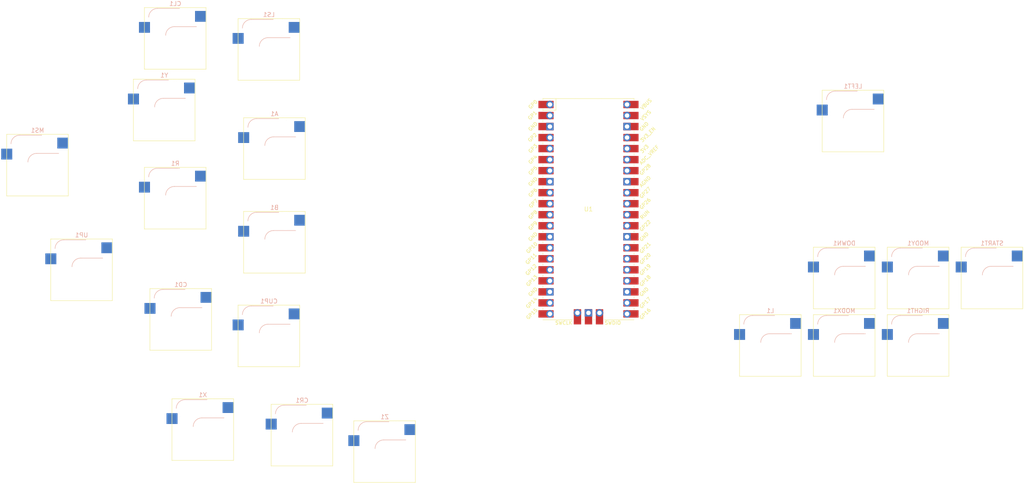
<source format=kicad_pcb>
(kicad_pcb (version 20171130) (host pcbnew "(5.1.12-1-10_14)")

  (general
    (thickness 1.6)
    (drawings 0)
    (tracks 0)
    (zones 0)
    (modules 21)
    (nets 37)
  )

  (page A4)
  (layers
    (0 F.Cu signal)
    (31 B.Cu signal)
    (32 B.Adhes user)
    (33 F.Adhes user)
    (34 B.Paste user)
    (35 F.Paste user)
    (36 B.SilkS user)
    (37 F.SilkS user)
    (38 B.Mask user)
    (39 F.Mask user)
    (40 Dwgs.User user)
    (41 Cmts.User user)
    (42 Eco1.User user)
    (43 Eco2.User user)
    (44 Edge.Cuts user)
    (45 Margin user)
    (46 B.CrtYd user)
    (47 F.CrtYd user)
    (48 B.Fab user)
    (49 F.Fab user)
  )

  (setup
    (last_trace_width 0.25)
    (trace_clearance 0.2)
    (zone_clearance 0.508)
    (zone_45_only no)
    (trace_min 0.2)
    (via_size 0.8)
    (via_drill 0.4)
    (via_min_size 0.4)
    (via_min_drill 0.3)
    (uvia_size 0.3)
    (uvia_drill 0.1)
    (uvias_allowed no)
    (uvia_min_size 0.2)
    (uvia_min_drill 0.1)
    (edge_width 0.05)
    (segment_width 0.2)
    (pcb_text_width 0.3)
    (pcb_text_size 1.5 1.5)
    (mod_edge_width 0.12)
    (mod_text_size 1 1)
    (mod_text_width 0.15)
    (pad_size 1.524 1.524)
    (pad_drill 0.762)
    (pad_to_mask_clearance 0)
    (aux_axis_origin 0 0)
    (visible_elements FFFFFF7F)
    (pcbplotparams
      (layerselection 0x010fc_ffffffff)
      (usegerberextensions false)
      (usegerberattributes true)
      (usegerberadvancedattributes true)
      (creategerberjobfile true)
      (excludeedgelayer true)
      (linewidth 0.100000)
      (plotframeref false)
      (viasonmask false)
      (mode 1)
      (useauxorigin false)
      (hpglpennumber 1)
      (hpglpenspeed 20)
      (hpglpendiameter 15.000000)
      (psnegative false)
      (psa4output false)
      (plotreference true)
      (plotvalue true)
      (plotinvisibletext false)
      (padsonsilk false)
      (subtractmaskfromsilk false)
      (outputformat 1)
      (mirror false)
      (drillshape 1)
      (scaleselection 1)
      (outputdirectory ""))
  )

  (net 0 "")
  (net 1 A)
  (net 2 GROUND)
  (net 3 B)
  (net 4 CD)
  (net 5 CL)
  (net 6 CR)
  (net 7 CUP)
  (net 8 DOWN)
  (net 9 L)
  (net 10 LEFT)
  (net 11 LS)
  (net 12 MODX)
  (net 13 MODY)
  (net 14 MS)
  (net 15 R)
  (net 16 RIGHT)
  (net 17 START)
  (net 18 "Net-(U1-Pad43)")
  (net 19 "Net-(U1-Pad41)")
  (net 20 "Net-(U1-Pad30)")
  (net 21 "Net-(U1-Pad31)")
  (net 22 "Net-(U1-Pad32)")
  (net 23 "Net-(U1-Pad33)")
  (net 24 "Net-(U1-Pad34)")
  (net 25 "Net-(U1-Pad35)")
  (net 26 "Net-(U1-Pad36)")
  (net 27 "Net-(U1-Pad37)")
  (net 28 "Net-(U1-Pad39)")
  (net 29 "Net-(U1-Pad40)")
  (net 30 "Net-(U1-Pad20)")
  (net 31 UP)
  (net 32 Z)
  (net 33 X)
  (net 34 Y)
  (net 35 "Net-(U1-Pad2)")
  (net 36 "Net-(U1-Pad1)")

  (net_class Default "This is the default net class."
    (clearance 0.2)
    (trace_width 0.25)
    (via_dia 0.8)
    (via_drill 0.4)
    (uvia_dia 0.3)
    (uvia_drill 0.1)
    (add_net A)
    (add_net B)
    (add_net CD)
    (add_net CL)
    (add_net CR)
    (add_net CUP)
    (add_net DOWN)
    (add_net GROUND)
    (add_net L)
    (add_net LEFT)
    (add_net LS)
    (add_net MODX)
    (add_net MODY)
    (add_net MS)
    (add_net "Net-(U1-Pad1)")
    (add_net "Net-(U1-Pad2)")
    (add_net "Net-(U1-Pad20)")
    (add_net "Net-(U1-Pad30)")
    (add_net "Net-(U1-Pad31)")
    (add_net "Net-(U1-Pad32)")
    (add_net "Net-(U1-Pad33)")
    (add_net "Net-(U1-Pad34)")
    (add_net "Net-(U1-Pad35)")
    (add_net "Net-(U1-Pad36)")
    (add_net "Net-(U1-Pad37)")
    (add_net "Net-(U1-Pad39)")
    (add_net "Net-(U1-Pad40)")
    (add_net "Net-(U1-Pad41)")
    (add_net "Net-(U1-Pad43)")
    (add_net R)
    (add_net RIGHT)
    (add_net START)
    (add_net UP)
    (add_net X)
    (add_net Y)
    (add_net Z)
  )

  (module hotswap:SW_Hotswap_Kailh (layer F.Cu) (tedit 602D5BED) (tstamp 61B67337)
    (at 76.2 118.11)
    (descr "Kailh keyswitch Hotswap Socket, ")
    (tags "Kailh Keyboard Keyswitch Switch Hotswap Socket")
    (path /61B8B02E)
    (attr smd)
    (fp_text reference Z1 (at 0 -8) (layer B.SilkS)
      (effects (font (size 1 1) (thickness 0.15)) (justify mirror))
    )
    (fp_text value SW_SPST (at 0 0) (layer B.Fab)
      (effects (font (size 1 1) (thickness 0.15)) (justify mirror))
    )
    (fp_text user %R (at 0 -4.75) (layer B.Fab)
      (effects (font (size 1 1) (thickness 0.15)) (justify mirror))
    )
    (fp_arc (start -0.2 -0.7) (end -0.2 -2.7) (angle -90) (layer B.SilkS) (width 0.12))
    (fp_arc (start -4.1 -4.9) (end -4.1 -6.9) (angle -90) (layer B.SilkS) (width 0.12))
    (fp_arc (start -0.3 -0.8) (end -0.3 -2.8) (angle -90) (layer B.Fab) (width 0.12))
    (fp_arc (start -4 -4.8) (end -4 -6.8) (angle -90) (layer B.Fab) (width 0.12))
    (fp_line (start -7 -7) (end -7 7) (layer F.Fab) (width 0.1))
    (fp_line (start -7 7) (end 7 7) (layer F.Fab) (width 0.1))
    (fp_line (start 7 7) (end 7 -7) (layer F.Fab) (width 0.1))
    (fp_line (start 7 -7) (end -7 -7) (layer F.Fab) (width 0.1))
    (fp_line (start -4 -6.8) (end 4.8 -6.8) (layer B.Fab) (width 0.12))
    (fp_line (start 4.8 -6.8) (end 4.8 -2.8) (layer B.Fab) (width 0.12))
    (fp_line (start -0.3 -2.8) (end 4.8 -2.8) (layer B.Fab) (width 0.12))
    (fp_line (start -6 -0.8) (end -2.3 -0.8) (layer B.Fab) (width 0.12))
    (fp_line (start -6 -0.8) (end -6 -4.8) (layer B.Fab) (width 0.12))
    (fp_line (start -7.1 -7.1) (end -7.1 7.1) (layer F.SilkS) (width 0.12))
    (fp_line (start -7.1 7.1) (end 7.1 7.1) (layer F.SilkS) (width 0.12))
    (fp_line (start 7.1 7.1) (end 7.1 -7.1) (layer F.SilkS) (width 0.12))
    (fp_line (start 7.1 -7.1) (end -7.1 -7.1) (layer F.SilkS) (width 0.12))
    (fp_line (start -4.1 -6.9) (end 1 -6.9) (layer B.SilkS) (width 0.12))
    (fp_line (start -0.2 -2.7) (end 4.9 -2.7) (layer B.SilkS) (width 0.12))
    (fp_line (start -7.25 -7.25) (end -7.25 7.25) (layer F.CrtYd) (width 0.05))
    (fp_line (start -7.25 7.25) (end 7.25 7.25) (layer F.CrtYd) (width 0.05))
    (fp_line (start 7.25 7.25) (end 7.25 -7.25) (layer F.CrtYd) (width 0.05))
    (fp_line (start 7.25 -7.25) (end -7.25 -7.25) (layer F.CrtYd) (width 0.05))
    (fp_line (start -8.61 -7.05) (end -8.61 -0.55) (layer B.CrtYd) (width 0.05))
    (fp_line (start -8.61 -0.55) (end 7.37 -0.55) (layer B.CrtYd) (width 0.05))
    (fp_line (start 7.37 -0.55) (end 7.37 -7.05) (layer B.CrtYd) (width 0.05))
    (fp_line (start 7.37 -7.05) (end -8.61 -7.05) (layer B.CrtYd) (width 0.05))
    (pad 2 smd rect (at 5.842 -5.08) (size 2.55 2.5) (layers B.Cu B.Paste B.Mask)
      (net 32 Z))
    (pad 1 smd rect (at -7.085 -2.54) (size 2.55 2.5) (layers B.Cu B.Paste B.Mask)
      (net 2 GROUND))
    (pad "" np_thru_hole circle (at 5.08 0) (size 1.75 1.75) (drill 1.75) (layers *.Cu *.Mask))
    (pad "" np_thru_hole circle (at -5.08 0) (size 1.75 1.75) (drill 1.75) (layers *.Cu *.Mask))
    (pad "" np_thru_hole circle (at 0 0) (size 4 4) (drill 4) (layers *.Cu *.Mask))
    (pad "" np_thru_hole circle (at 2.54 -5.08) (size 3 3) (drill 3) (layers *.Cu *.Mask))
    (pad "" np_thru_hole circle (at -3.81 -2.54) (size 3 3) (drill 3) (layers *.Cu *.Mask))
    (model ${KEYSWITCH_LIB_3D}/Switch_Keyboard_Kailh.3dshapes/SW_Hotswap_Kailh.wrl
      (at (xyz 0 0 0))
      (scale (xyz 1 1 1))
      (rotate (xyz 0 0 0))
    )
  )

  (module hotswap:SW_Hotswap_Kailh (layer F.Cu) (tedit 602D5BED) (tstamp 61B67310)
    (at 25.4 39.37)
    (descr "Kailh keyswitch Hotswap Socket, ")
    (tags "Kailh Keyboard Keyswitch Switch Hotswap Socket")
    (path /61B807C7)
    (attr smd)
    (fp_text reference Y1 (at 0 -8) (layer B.SilkS)
      (effects (font (size 1 1) (thickness 0.15)) (justify mirror))
    )
    (fp_text value SW_SPST (at 0 0) (layer B.Fab)
      (effects (font (size 1 1) (thickness 0.15)) (justify mirror))
    )
    (fp_text user %R (at 0 -4.75) (layer B.Fab)
      (effects (font (size 1 1) (thickness 0.15)) (justify mirror))
    )
    (fp_arc (start -0.2 -0.7) (end -0.2 -2.7) (angle -90) (layer B.SilkS) (width 0.12))
    (fp_arc (start -4.1 -4.9) (end -4.1 -6.9) (angle -90) (layer B.SilkS) (width 0.12))
    (fp_arc (start -0.3 -0.8) (end -0.3 -2.8) (angle -90) (layer B.Fab) (width 0.12))
    (fp_arc (start -4 -4.8) (end -4 -6.8) (angle -90) (layer B.Fab) (width 0.12))
    (fp_line (start -7 -7) (end -7 7) (layer F.Fab) (width 0.1))
    (fp_line (start -7 7) (end 7 7) (layer F.Fab) (width 0.1))
    (fp_line (start 7 7) (end 7 -7) (layer F.Fab) (width 0.1))
    (fp_line (start 7 -7) (end -7 -7) (layer F.Fab) (width 0.1))
    (fp_line (start -4 -6.8) (end 4.8 -6.8) (layer B.Fab) (width 0.12))
    (fp_line (start 4.8 -6.8) (end 4.8 -2.8) (layer B.Fab) (width 0.12))
    (fp_line (start -0.3 -2.8) (end 4.8 -2.8) (layer B.Fab) (width 0.12))
    (fp_line (start -6 -0.8) (end -2.3 -0.8) (layer B.Fab) (width 0.12))
    (fp_line (start -6 -0.8) (end -6 -4.8) (layer B.Fab) (width 0.12))
    (fp_line (start -7.1 -7.1) (end -7.1 7.1) (layer F.SilkS) (width 0.12))
    (fp_line (start -7.1 7.1) (end 7.1 7.1) (layer F.SilkS) (width 0.12))
    (fp_line (start 7.1 7.1) (end 7.1 -7.1) (layer F.SilkS) (width 0.12))
    (fp_line (start 7.1 -7.1) (end -7.1 -7.1) (layer F.SilkS) (width 0.12))
    (fp_line (start -4.1 -6.9) (end 1 -6.9) (layer B.SilkS) (width 0.12))
    (fp_line (start -0.2 -2.7) (end 4.9 -2.7) (layer B.SilkS) (width 0.12))
    (fp_line (start -7.25 -7.25) (end -7.25 7.25) (layer F.CrtYd) (width 0.05))
    (fp_line (start -7.25 7.25) (end 7.25 7.25) (layer F.CrtYd) (width 0.05))
    (fp_line (start 7.25 7.25) (end 7.25 -7.25) (layer F.CrtYd) (width 0.05))
    (fp_line (start 7.25 -7.25) (end -7.25 -7.25) (layer F.CrtYd) (width 0.05))
    (fp_line (start -8.61 -7.05) (end -8.61 -0.55) (layer B.CrtYd) (width 0.05))
    (fp_line (start -8.61 -0.55) (end 7.37 -0.55) (layer B.CrtYd) (width 0.05))
    (fp_line (start 7.37 -0.55) (end 7.37 -7.05) (layer B.CrtYd) (width 0.05))
    (fp_line (start 7.37 -7.05) (end -8.61 -7.05) (layer B.CrtYd) (width 0.05))
    (pad 2 smd rect (at 5.842 -5.08) (size 2.55 2.5) (layers B.Cu B.Paste B.Mask)
      (net 34 Y))
    (pad 1 smd rect (at -7.085 -2.54) (size 2.55 2.5) (layers B.Cu B.Paste B.Mask)
      (net 2 GROUND))
    (pad "" np_thru_hole circle (at 5.08 0) (size 1.75 1.75) (drill 1.75) (layers *.Cu *.Mask))
    (pad "" np_thru_hole circle (at -5.08 0) (size 1.75 1.75) (drill 1.75) (layers *.Cu *.Mask))
    (pad "" np_thru_hole circle (at 0 0) (size 4 4) (drill 4) (layers *.Cu *.Mask))
    (pad "" np_thru_hole circle (at 2.54 -5.08) (size 3 3) (drill 3) (layers *.Cu *.Mask))
    (pad "" np_thru_hole circle (at -3.81 -2.54) (size 3 3) (drill 3) (layers *.Cu *.Mask))
    (model ${KEYSWITCH_LIB_3D}/Switch_Keyboard_Kailh.3dshapes/SW_Hotswap_Kailh.wrl
      (at (xyz 0 0 0))
      (scale (xyz 1 1 1))
      (rotate (xyz 0 0 0))
    )
  )

  (module hotswap:SW_Hotswap_Kailh (layer F.Cu) (tedit 602D5BED) (tstamp 61B672E9)
    (at 34.29 113.03)
    (descr "Kailh keyswitch Hotswap Socket, ")
    (tags "Kailh Keyboard Keyswitch Switch Hotswap Socket")
    (path /61B8B028)
    (attr smd)
    (fp_text reference X1 (at 0 -8) (layer B.SilkS)
      (effects (font (size 1 1) (thickness 0.15)) (justify mirror))
    )
    (fp_text value SW_SPST (at 0 0) (layer B.Fab)
      (effects (font (size 1 1) (thickness 0.15)) (justify mirror))
    )
    (fp_text user %R (at 0 -4.75) (layer B.Fab)
      (effects (font (size 1 1) (thickness 0.15)) (justify mirror))
    )
    (fp_arc (start -0.2 -0.7) (end -0.2 -2.7) (angle -90) (layer B.SilkS) (width 0.12))
    (fp_arc (start -4.1 -4.9) (end -4.1 -6.9) (angle -90) (layer B.SilkS) (width 0.12))
    (fp_arc (start -0.3 -0.8) (end -0.3 -2.8) (angle -90) (layer B.Fab) (width 0.12))
    (fp_arc (start -4 -4.8) (end -4 -6.8) (angle -90) (layer B.Fab) (width 0.12))
    (fp_line (start -7 -7) (end -7 7) (layer F.Fab) (width 0.1))
    (fp_line (start -7 7) (end 7 7) (layer F.Fab) (width 0.1))
    (fp_line (start 7 7) (end 7 -7) (layer F.Fab) (width 0.1))
    (fp_line (start 7 -7) (end -7 -7) (layer F.Fab) (width 0.1))
    (fp_line (start -4 -6.8) (end 4.8 -6.8) (layer B.Fab) (width 0.12))
    (fp_line (start 4.8 -6.8) (end 4.8 -2.8) (layer B.Fab) (width 0.12))
    (fp_line (start -0.3 -2.8) (end 4.8 -2.8) (layer B.Fab) (width 0.12))
    (fp_line (start -6 -0.8) (end -2.3 -0.8) (layer B.Fab) (width 0.12))
    (fp_line (start -6 -0.8) (end -6 -4.8) (layer B.Fab) (width 0.12))
    (fp_line (start -7.1 -7.1) (end -7.1 7.1) (layer F.SilkS) (width 0.12))
    (fp_line (start -7.1 7.1) (end 7.1 7.1) (layer F.SilkS) (width 0.12))
    (fp_line (start 7.1 7.1) (end 7.1 -7.1) (layer F.SilkS) (width 0.12))
    (fp_line (start 7.1 -7.1) (end -7.1 -7.1) (layer F.SilkS) (width 0.12))
    (fp_line (start -4.1 -6.9) (end 1 -6.9) (layer B.SilkS) (width 0.12))
    (fp_line (start -0.2 -2.7) (end 4.9 -2.7) (layer B.SilkS) (width 0.12))
    (fp_line (start -7.25 -7.25) (end -7.25 7.25) (layer F.CrtYd) (width 0.05))
    (fp_line (start -7.25 7.25) (end 7.25 7.25) (layer F.CrtYd) (width 0.05))
    (fp_line (start 7.25 7.25) (end 7.25 -7.25) (layer F.CrtYd) (width 0.05))
    (fp_line (start 7.25 -7.25) (end -7.25 -7.25) (layer F.CrtYd) (width 0.05))
    (fp_line (start -8.61 -7.05) (end -8.61 -0.55) (layer B.CrtYd) (width 0.05))
    (fp_line (start -8.61 -0.55) (end 7.37 -0.55) (layer B.CrtYd) (width 0.05))
    (fp_line (start 7.37 -0.55) (end 7.37 -7.05) (layer B.CrtYd) (width 0.05))
    (fp_line (start 7.37 -7.05) (end -8.61 -7.05) (layer B.CrtYd) (width 0.05))
    (pad 2 smd rect (at 5.842 -5.08) (size 2.55 2.5) (layers B.Cu B.Paste B.Mask)
      (net 33 X))
    (pad 1 smd rect (at -7.085 -2.54) (size 2.55 2.5) (layers B.Cu B.Paste B.Mask)
      (net 2 GROUND))
    (pad "" np_thru_hole circle (at 5.08 0) (size 1.75 1.75) (drill 1.75) (layers *.Cu *.Mask))
    (pad "" np_thru_hole circle (at -5.08 0) (size 1.75 1.75) (drill 1.75) (layers *.Cu *.Mask))
    (pad "" np_thru_hole circle (at 0 0) (size 4 4) (drill 4) (layers *.Cu *.Mask))
    (pad "" np_thru_hole circle (at 2.54 -5.08) (size 3 3) (drill 3) (layers *.Cu *.Mask))
    (pad "" np_thru_hole circle (at -3.81 -2.54) (size 3 3) (drill 3) (layers *.Cu *.Mask))
    (model ${KEYSWITCH_LIB_3D}/Switch_Keyboard_Kailh.3dshapes/SW_Hotswap_Kailh.wrl
      (at (xyz 0 0 0))
      (scale (xyz 1 1 1))
      (rotate (xyz 0 0 0))
    )
  )

  (module hotswap:SW_Hotswap_Kailh (layer F.Cu) (tedit 602D5BED) (tstamp 61B672C2)
    (at 6.35 76.2)
    (descr "Kailh keyswitch Hotswap Socket, ")
    (tags "Kailh Keyboard Keyswitch Switch Hotswap Socket")
    (path /61B8B034)
    (attr smd)
    (fp_text reference UP1 (at 0 -8) (layer B.SilkS)
      (effects (font (size 1 1) (thickness 0.15)) (justify mirror))
    )
    (fp_text value SW_SPST (at 0 0) (layer B.Fab)
      (effects (font (size 1 1) (thickness 0.15)) (justify mirror))
    )
    (fp_text user %R (at 0 -4.75) (layer B.Fab)
      (effects (font (size 1 1) (thickness 0.15)) (justify mirror))
    )
    (fp_arc (start -0.2 -0.7) (end -0.2 -2.7) (angle -90) (layer B.SilkS) (width 0.12))
    (fp_arc (start -4.1 -4.9) (end -4.1 -6.9) (angle -90) (layer B.SilkS) (width 0.12))
    (fp_arc (start -0.3 -0.8) (end -0.3 -2.8) (angle -90) (layer B.Fab) (width 0.12))
    (fp_arc (start -4 -4.8) (end -4 -6.8) (angle -90) (layer B.Fab) (width 0.12))
    (fp_line (start -7 -7) (end -7 7) (layer F.Fab) (width 0.1))
    (fp_line (start -7 7) (end 7 7) (layer F.Fab) (width 0.1))
    (fp_line (start 7 7) (end 7 -7) (layer F.Fab) (width 0.1))
    (fp_line (start 7 -7) (end -7 -7) (layer F.Fab) (width 0.1))
    (fp_line (start -4 -6.8) (end 4.8 -6.8) (layer B.Fab) (width 0.12))
    (fp_line (start 4.8 -6.8) (end 4.8 -2.8) (layer B.Fab) (width 0.12))
    (fp_line (start -0.3 -2.8) (end 4.8 -2.8) (layer B.Fab) (width 0.12))
    (fp_line (start -6 -0.8) (end -2.3 -0.8) (layer B.Fab) (width 0.12))
    (fp_line (start -6 -0.8) (end -6 -4.8) (layer B.Fab) (width 0.12))
    (fp_line (start -7.1 -7.1) (end -7.1 7.1) (layer F.SilkS) (width 0.12))
    (fp_line (start -7.1 7.1) (end 7.1 7.1) (layer F.SilkS) (width 0.12))
    (fp_line (start 7.1 7.1) (end 7.1 -7.1) (layer F.SilkS) (width 0.12))
    (fp_line (start 7.1 -7.1) (end -7.1 -7.1) (layer F.SilkS) (width 0.12))
    (fp_line (start -4.1 -6.9) (end 1 -6.9) (layer B.SilkS) (width 0.12))
    (fp_line (start -0.2 -2.7) (end 4.9 -2.7) (layer B.SilkS) (width 0.12))
    (fp_line (start -7.25 -7.25) (end -7.25 7.25) (layer F.CrtYd) (width 0.05))
    (fp_line (start -7.25 7.25) (end 7.25 7.25) (layer F.CrtYd) (width 0.05))
    (fp_line (start 7.25 7.25) (end 7.25 -7.25) (layer F.CrtYd) (width 0.05))
    (fp_line (start 7.25 -7.25) (end -7.25 -7.25) (layer F.CrtYd) (width 0.05))
    (fp_line (start -8.61 -7.05) (end -8.61 -0.55) (layer B.CrtYd) (width 0.05))
    (fp_line (start -8.61 -0.55) (end 7.37 -0.55) (layer B.CrtYd) (width 0.05))
    (fp_line (start 7.37 -0.55) (end 7.37 -7.05) (layer B.CrtYd) (width 0.05))
    (fp_line (start 7.37 -7.05) (end -8.61 -7.05) (layer B.CrtYd) (width 0.05))
    (pad 2 smd rect (at 5.842 -5.08) (size 2.55 2.5) (layers B.Cu B.Paste B.Mask)
      (net 31 UP))
    (pad 1 smd rect (at -7.085 -2.54) (size 2.55 2.5) (layers B.Cu B.Paste B.Mask)
      (net 2 GROUND))
    (pad "" np_thru_hole circle (at 5.08 0) (size 1.75 1.75) (drill 1.75) (layers *.Cu *.Mask))
    (pad "" np_thru_hole circle (at -5.08 0) (size 1.75 1.75) (drill 1.75) (layers *.Cu *.Mask))
    (pad "" np_thru_hole circle (at 0 0) (size 4 4) (drill 4) (layers *.Cu *.Mask))
    (pad "" np_thru_hole circle (at 2.54 -5.08) (size 3 3) (drill 3) (layers *.Cu *.Mask))
    (pad "" np_thru_hole circle (at -3.81 -2.54) (size 3 3) (drill 3) (layers *.Cu *.Mask))
    (model ${KEYSWITCH_LIB_3D}/Switch_Keyboard_Kailh.3dshapes/SW_Hotswap_Kailh.wrl
      (at (xyz 0 0 0))
      (scale (xyz 1 1 1))
      (rotate (xyz 0 0 0))
    )
  )

  (module MCU_RaspberryPi_and_Boards:RPi_Pico_SMD_TH (layer F.Cu) (tedit 5F638C80) (tstamp 61B6729B)
    (at 123.19 62.23)
    (descr "Through hole straight pin header, 2x20, 2.54mm pitch, double rows")
    (tags "Through hole pin header THT 2x20 2.54mm double row")
    (path /61B6133E)
    (fp_text reference U1 (at 0 0) (layer F.SilkS)
      (effects (font (size 1 1) (thickness 0.15)))
    )
    (fp_text value Pico (at 0 2.159) (layer F.Fab)
      (effects (font (size 1 1) (thickness 0.15)))
    )
    (fp_text user "Copper Keepouts shown on Dwgs layer" (at 0.1 -30.2) (layer Cmts.User)
      (effects (font (size 1 1) (thickness 0.15)))
    )
    (fp_text user SWDIO (at 5.6 26.2) (layer F.SilkS)
      (effects (font (size 0.8 0.8) (thickness 0.15)))
    )
    (fp_text user SWCLK (at -5.7 26.2) (layer F.SilkS)
      (effects (font (size 0.8 0.8) (thickness 0.15)))
    )
    (fp_text user AGND (at 13.054 -6.35 45) (layer F.SilkS)
      (effects (font (size 0.8 0.8) (thickness 0.15)))
    )
    (fp_text user GND (at 12.8 -19.05 45) (layer F.SilkS)
      (effects (font (size 0.8 0.8) (thickness 0.15)))
    )
    (fp_text user GND (at 12.8 6.35 45) (layer F.SilkS)
      (effects (font (size 0.8 0.8) (thickness 0.15)))
    )
    (fp_text user GND (at 12.8 19.05 45) (layer F.SilkS)
      (effects (font (size 0.8 0.8) (thickness 0.15)))
    )
    (fp_text user GND (at -12.8 19.05 45) (layer F.SilkS)
      (effects (font (size 0.8 0.8) (thickness 0.15)))
    )
    (fp_text user GND (at -12.8 6.35 45) (layer F.SilkS)
      (effects (font (size 0.8 0.8) (thickness 0.15)))
    )
    (fp_text user GND (at -12.8 -6.35 45) (layer F.SilkS)
      (effects (font (size 0.8 0.8) (thickness 0.15)))
    )
    (fp_text user GND (at -12.8 -19.05 45) (layer F.SilkS)
      (effects (font (size 0.8 0.8) (thickness 0.15)))
    )
    (fp_text user VBUS (at 13.3 -24.2 45) (layer F.SilkS)
      (effects (font (size 0.8 0.8) (thickness 0.15)))
    )
    (fp_text user VSYS (at 13.2 -21.59 45) (layer F.SilkS)
      (effects (font (size 0.8 0.8) (thickness 0.15)))
    )
    (fp_text user 3V3_EN (at 13.7 -17.2 45) (layer F.SilkS)
      (effects (font (size 0.8 0.8) (thickness 0.15)))
    )
    (fp_text user 3V3 (at 12.9 -13.9 45) (layer F.SilkS)
      (effects (font (size 0.8 0.8) (thickness 0.15)))
    )
    (fp_text user ADC_VREF (at 14 -12.5 45) (layer F.SilkS)
      (effects (font (size 0.8 0.8) (thickness 0.15)))
    )
    (fp_text user GP28 (at 13.054 -9.144 45) (layer F.SilkS)
      (effects (font (size 0.8 0.8) (thickness 0.15)))
    )
    (fp_text user GP27 (at 13.054 -3.8 45) (layer F.SilkS)
      (effects (font (size 0.8 0.8) (thickness 0.15)))
    )
    (fp_text user GP26 (at 13.054 -1.27 45) (layer F.SilkS)
      (effects (font (size 0.8 0.8) (thickness 0.15)))
    )
    (fp_text user RUN (at 13 1.27 45) (layer F.SilkS)
      (effects (font (size 0.8 0.8) (thickness 0.15)))
    )
    (fp_text user GP22 (at 13.054 3.81 45) (layer F.SilkS)
      (effects (font (size 0.8 0.8) (thickness 0.15)))
    )
    (fp_text user GP21 (at 13.054 8.9 45) (layer F.SilkS)
      (effects (font (size 0.8 0.8) (thickness 0.15)))
    )
    (fp_text user GP20 (at 13.054 11.43 45) (layer F.SilkS)
      (effects (font (size 0.8 0.8) (thickness 0.15)))
    )
    (fp_text user GP19 (at 13.054 13.97 45) (layer F.SilkS)
      (effects (font (size 0.8 0.8) (thickness 0.15)))
    )
    (fp_text user GP18 (at 13.054 16.51 45) (layer F.SilkS)
      (effects (font (size 0.8 0.8) (thickness 0.15)))
    )
    (fp_text user GP17 (at 13.054 21.59 45) (layer F.SilkS)
      (effects (font (size 0.8 0.8) (thickness 0.15)))
    )
    (fp_text user GP16 (at 13.054 24.13 45) (layer F.SilkS)
      (effects (font (size 0.8 0.8) (thickness 0.15)))
    )
    (fp_text user GP15 (at -13.054 24.13 45) (layer F.SilkS)
      (effects (font (size 0.8 0.8) (thickness 0.15)))
    )
    (fp_text user GP14 (at -13.1 21.59 45) (layer F.SilkS)
      (effects (font (size 0.8 0.8) (thickness 0.15)))
    )
    (fp_text user GP13 (at -13.054 16.51 45) (layer F.SilkS)
      (effects (font (size 0.8 0.8) (thickness 0.15)))
    )
    (fp_text user GP12 (at -13.2 13.97 45) (layer F.SilkS)
      (effects (font (size 0.8 0.8) (thickness 0.15)))
    )
    (fp_text user GP11 (at -13.2 11.43 45) (layer F.SilkS)
      (effects (font (size 0.8 0.8) (thickness 0.15)))
    )
    (fp_text user GP10 (at -13.054 8.89 45) (layer F.SilkS)
      (effects (font (size 0.8 0.8) (thickness 0.15)))
    )
    (fp_text user GP9 (at -12.8 3.81 45) (layer F.SilkS)
      (effects (font (size 0.8 0.8) (thickness 0.15)))
    )
    (fp_text user GP8 (at -12.8 1.27 45) (layer F.SilkS)
      (effects (font (size 0.8 0.8) (thickness 0.15)))
    )
    (fp_text user GP7 (at -12.7 -1.3 45) (layer F.SilkS)
      (effects (font (size 0.8 0.8) (thickness 0.15)))
    )
    (fp_text user GP6 (at -12.8 -3.81 45) (layer F.SilkS)
      (effects (font (size 0.8 0.8) (thickness 0.15)))
    )
    (fp_text user GP5 (at -12.8 -8.89 45) (layer F.SilkS)
      (effects (font (size 0.8 0.8) (thickness 0.15)))
    )
    (fp_text user GP4 (at -12.8 -11.43 45) (layer F.SilkS)
      (effects (font (size 0.8 0.8) (thickness 0.15)))
    )
    (fp_text user GP3 (at -12.8 -13.97 45) (layer F.SilkS)
      (effects (font (size 0.8 0.8) (thickness 0.15)))
    )
    (fp_text user GP0 (at -12.8 -24.13 45) (layer F.SilkS)
      (effects (font (size 0.8 0.8) (thickness 0.15)))
    )
    (fp_text user GP2 (at -12.9 -16.51 45) (layer F.SilkS)
      (effects (font (size 0.8 0.8) (thickness 0.15)))
    )
    (fp_text user GP1 (at -12.9 -21.6 45) (layer F.SilkS)
      (effects (font (size 0.8 0.8) (thickness 0.15)))
    )
    (fp_text user %R (at 0 0 180) (layer F.Fab)
      (effects (font (size 1 1) (thickness 0.15)))
    )
    (fp_line (start 1.1 25.5) (end 1.5 25.5) (layer F.SilkS) (width 0.12))
    (fp_line (start -1.5 25.5) (end -1.1 25.5) (layer F.SilkS) (width 0.12))
    (fp_line (start 10.5 25.5) (end 3.7 25.5) (layer F.SilkS) (width 0.12))
    (fp_line (start 10.5 15.1) (end 10.5 15.5) (layer F.SilkS) (width 0.12))
    (fp_line (start 10.5 7.4) (end 10.5 7.8) (layer F.SilkS) (width 0.12))
    (fp_line (start 10.5 -18) (end 10.5 -17.6) (layer F.SilkS) (width 0.12))
    (fp_line (start 10.5 -25.5) (end 10.5 -25.2) (layer F.SilkS) (width 0.12))
    (fp_line (start 10.5 -2.7) (end 10.5 -2.3) (layer F.SilkS) (width 0.12))
    (fp_line (start 10.5 12.5) (end 10.5 12.9) (layer F.SilkS) (width 0.12))
    (fp_line (start 10.5 -7.8) (end 10.5 -7.4) (layer F.SilkS) (width 0.12))
    (fp_line (start 10.5 -12.9) (end 10.5 -12.5) (layer F.SilkS) (width 0.12))
    (fp_line (start 10.5 -0.2) (end 10.5 0.2) (layer F.SilkS) (width 0.12))
    (fp_line (start 10.5 4.9) (end 10.5 5.3) (layer F.SilkS) (width 0.12))
    (fp_line (start 10.5 20.1) (end 10.5 20.5) (layer F.SilkS) (width 0.12))
    (fp_line (start 10.5 22.7) (end 10.5 23.1) (layer F.SilkS) (width 0.12))
    (fp_line (start 10.5 17.6) (end 10.5 18) (layer F.SilkS) (width 0.12))
    (fp_line (start 10.5 -15.4) (end 10.5 -15) (layer F.SilkS) (width 0.12))
    (fp_line (start 10.5 -23.1) (end 10.5 -22.7) (layer F.SilkS) (width 0.12))
    (fp_line (start 10.5 -20.5) (end 10.5 -20.1) (layer F.SilkS) (width 0.12))
    (fp_line (start 10.5 10) (end 10.5 10.4) (layer F.SilkS) (width 0.12))
    (fp_line (start 10.5 2.3) (end 10.5 2.7) (layer F.SilkS) (width 0.12))
    (fp_line (start 10.5 -5.3) (end 10.5 -4.9) (layer F.SilkS) (width 0.12))
    (fp_line (start 10.5 -10.4) (end 10.5 -10) (layer F.SilkS) (width 0.12))
    (fp_line (start -10.5 22.7) (end -10.5 23.1) (layer F.SilkS) (width 0.12))
    (fp_line (start -10.5 20.1) (end -10.5 20.5) (layer F.SilkS) (width 0.12))
    (fp_line (start -10.5 17.6) (end -10.5 18) (layer F.SilkS) (width 0.12))
    (fp_line (start -10.5 15.1) (end -10.5 15.5) (layer F.SilkS) (width 0.12))
    (fp_line (start -10.5 12.5) (end -10.5 12.9) (layer F.SilkS) (width 0.12))
    (fp_line (start -10.5 10) (end -10.5 10.4) (layer F.SilkS) (width 0.12))
    (fp_line (start -10.5 7.4) (end -10.5 7.8) (layer F.SilkS) (width 0.12))
    (fp_line (start -10.5 4.9) (end -10.5 5.3) (layer F.SilkS) (width 0.12))
    (fp_line (start -10.5 2.3) (end -10.5 2.7) (layer F.SilkS) (width 0.12))
    (fp_line (start -10.5 -0.2) (end -10.5 0.2) (layer F.SilkS) (width 0.12))
    (fp_line (start -10.5 -2.7) (end -10.5 -2.3) (layer F.SilkS) (width 0.12))
    (fp_line (start -10.5 -5.3) (end -10.5 -4.9) (layer F.SilkS) (width 0.12))
    (fp_line (start -10.5 -7.8) (end -10.5 -7.4) (layer F.SilkS) (width 0.12))
    (fp_line (start -10.5 -10.4) (end -10.5 -10) (layer F.SilkS) (width 0.12))
    (fp_line (start -10.5 -12.9) (end -10.5 -12.5) (layer F.SilkS) (width 0.12))
    (fp_line (start -10.5 -15.4) (end -10.5 -15) (layer F.SilkS) (width 0.12))
    (fp_line (start -10.5 -18) (end -10.5 -17.6) (layer F.SilkS) (width 0.12))
    (fp_line (start -10.5 -20.5) (end -10.5 -20.1) (layer F.SilkS) (width 0.12))
    (fp_line (start -10.5 -23.1) (end -10.5 -22.7) (layer F.SilkS) (width 0.12))
    (fp_line (start -10.5 -25.5) (end -10.5 -25.2) (layer F.SilkS) (width 0.12))
    (fp_line (start -7.493 -22.833) (end -7.493 -25.5) (layer F.SilkS) (width 0.12))
    (fp_line (start -10.5 -22.833) (end -7.493 -22.833) (layer F.SilkS) (width 0.12))
    (fp_line (start -3.7 25.5) (end -10.5 25.5) (layer F.SilkS) (width 0.12))
    (fp_line (start -10.5 -25.5) (end 10.5 -25.5) (layer F.SilkS) (width 0.12))
    (fp_line (start -11 26) (end -11 -26) (layer F.CrtYd) (width 0.12))
    (fp_line (start 11 26) (end -11 26) (layer F.CrtYd) (width 0.12))
    (fp_line (start 11 -26) (end 11 26) (layer F.CrtYd) (width 0.12))
    (fp_line (start -11 -26) (end 11 -26) (layer F.CrtYd) (width 0.12))
    (fp_line (start -10.5 -24.2) (end -9.2 -25.5) (layer F.Fab) (width 0.12))
    (fp_line (start -10.5 25.5) (end -10.5 -25.5) (layer F.Fab) (width 0.12))
    (fp_line (start 10.5 25.5) (end -10.5 25.5) (layer F.Fab) (width 0.12))
    (fp_line (start 10.5 -25.5) (end 10.5 25.5) (layer F.Fab) (width 0.12))
    (fp_line (start -10.5 -25.5) (end 10.5 -25.5) (layer F.Fab) (width 0.12))
    (fp_poly (pts (xy -1.5 -16.5) (xy -3.5 -16.5) (xy -3.5 -18.5) (xy -1.5 -18.5)) (layer Dwgs.User) (width 0.1))
    (fp_poly (pts (xy -1.5 -14) (xy -3.5 -14) (xy -3.5 -16) (xy -1.5 -16)) (layer Dwgs.User) (width 0.1))
    (fp_poly (pts (xy -1.5 -11.5) (xy -3.5 -11.5) (xy -3.5 -13.5) (xy -1.5 -13.5)) (layer Dwgs.User) (width 0.1))
    (fp_poly (pts (xy 3.7 -20.2) (xy -3.7 -20.2) (xy -3.7 -24.9) (xy 3.7 -24.9)) (layer Dwgs.User) (width 0.1))
    (pad 43 thru_hole oval (at 2.54 23.9) (size 1.7 1.7) (drill 1.02) (layers *.Cu *.Mask)
      (net 18 "Net-(U1-Pad43)"))
    (pad 43 smd rect (at 2.54 23.9 90) (size 3.5 1.7) (drill (offset -0.9 0)) (layers F.Cu F.Mask)
      (net 18 "Net-(U1-Pad43)"))
    (pad 42 thru_hole rect (at 0 23.9) (size 1.7 1.7) (drill 1.02) (layers *.Cu *.Mask)
      (net 2 GROUND))
    (pad 42 smd rect (at 0 23.9 90) (size 3.5 1.7) (drill (offset -0.9 0)) (layers F.Cu F.Mask)
      (net 2 GROUND))
    (pad 41 thru_hole oval (at -2.54 23.9) (size 1.7 1.7) (drill 1.02) (layers *.Cu *.Mask)
      (net 19 "Net-(U1-Pad41)"))
    (pad 41 smd rect (at -2.54 23.9 90) (size 3.5 1.7) (drill (offset -0.9 0)) (layers F.Cu F.Mask)
      (net 19 "Net-(U1-Pad41)"))
    (pad "" np_thru_hole oval (at 2.425 -20.97) (size 1.5 1.5) (drill 1.5) (layers *.Cu *.Mask))
    (pad "" np_thru_hole oval (at -2.425 -20.97) (size 1.5 1.5) (drill 1.5) (layers *.Cu *.Mask))
    (pad "" np_thru_hole oval (at 2.725 -24) (size 1.8 1.8) (drill 1.8) (layers *.Cu *.Mask))
    (pad "" np_thru_hole oval (at -2.725 -24) (size 1.8 1.8) (drill 1.8) (layers *.Cu *.Mask))
    (pad 21 smd rect (at 8.89 24.13) (size 3.5 1.7) (drill (offset 0.9 0)) (layers F.Cu F.Mask)
      (net 17 START))
    (pad 22 smd rect (at 8.89 21.59) (size 3.5 1.7) (drill (offset 0.9 0)) (layers F.Cu F.Mask)
      (net 13 MODY))
    (pad 23 smd rect (at 8.89 19.05) (size 3.5 1.7) (drill (offset 0.9 0)) (layers F.Cu F.Mask)
      (net 2 GROUND))
    (pad 24 smd rect (at 8.89 16.51) (size 3.5 1.7) (drill (offset 0.9 0)) (layers F.Cu F.Mask)
      (net 12 MODX))
    (pad 25 smd rect (at 8.89 13.97) (size 3.5 1.7) (drill (offset 0.9 0)) (layers F.Cu F.Mask)
      (net 16 RIGHT))
    (pad 26 smd rect (at 8.89 11.43) (size 3.5 1.7) (drill (offset 0.9 0)) (layers F.Cu F.Mask)
      (net 8 DOWN))
    (pad 27 smd rect (at 8.89 8.89) (size 3.5 1.7) (drill (offset 0.9 0)) (layers F.Cu F.Mask)
      (net 10 LEFT))
    (pad 28 smd rect (at 8.89 6.35) (size 3.5 1.7) (drill (offset 0.9 0)) (layers F.Cu F.Mask)
      (net 2 GROUND))
    (pad 29 smd rect (at 8.89 3.81) (size 3.5 1.7) (drill (offset 0.9 0)) (layers F.Cu F.Mask)
      (net 9 L))
    (pad 30 smd rect (at 8.89 1.27) (size 3.5 1.7) (drill (offset 0.9 0)) (layers F.Cu F.Mask)
      (net 20 "Net-(U1-Pad30)"))
    (pad 31 smd rect (at 8.89 -1.27) (size 3.5 1.7) (drill (offset 0.9 0)) (layers F.Cu F.Mask)
      (net 21 "Net-(U1-Pad31)"))
    (pad 32 smd rect (at 8.89 -3.81) (size 3.5 1.7) (drill (offset 0.9 0)) (layers F.Cu F.Mask)
      (net 22 "Net-(U1-Pad32)"))
    (pad 33 smd rect (at 8.89 -6.35) (size 3.5 1.7) (drill (offset 0.9 0)) (layers F.Cu F.Mask)
      (net 23 "Net-(U1-Pad33)"))
    (pad 34 smd rect (at 8.89 -8.89) (size 3.5 1.7) (drill (offset 0.9 0)) (layers F.Cu F.Mask)
      (net 24 "Net-(U1-Pad34)"))
    (pad 35 smd rect (at 8.89 -11.43) (size 3.5 1.7) (drill (offset 0.9 0)) (layers F.Cu F.Mask)
      (net 25 "Net-(U1-Pad35)"))
    (pad 36 smd rect (at 8.89 -13.97) (size 3.5 1.7) (drill (offset 0.9 0)) (layers F.Cu F.Mask)
      (net 26 "Net-(U1-Pad36)"))
    (pad 37 smd rect (at 8.89 -16.51) (size 3.5 1.7) (drill (offset 0.9 0)) (layers F.Cu F.Mask)
      (net 27 "Net-(U1-Pad37)"))
    (pad 38 smd rect (at 8.89 -19.05) (size 3.5 1.7) (drill (offset 0.9 0)) (layers F.Cu F.Mask)
      (net 2 GROUND))
    (pad 39 smd rect (at 8.89 -21.59) (size 3.5 1.7) (drill (offset 0.9 0)) (layers F.Cu F.Mask)
      (net 28 "Net-(U1-Pad39)"))
    (pad 40 smd rect (at 8.89 -24.13) (size 3.5 1.7) (drill (offset 0.9 0)) (layers F.Cu F.Mask)
      (net 29 "Net-(U1-Pad40)"))
    (pad 20 smd rect (at -8.89 24.13) (size 3.5 1.7) (drill (offset -0.9 0)) (layers F.Cu F.Mask)
      (net 30 "Net-(U1-Pad20)"))
    (pad 19 smd rect (at -8.89 21.59) (size 3.5 1.7) (drill (offset -0.9 0)) (layers F.Cu F.Mask)
      (net 4 CD))
    (pad 18 smd rect (at -8.89 19.05) (size 3.5 1.7) (drill (offset -0.9 0)) (layers F.Cu F.Mask)
      (net 2 GROUND))
    (pad 17 smd rect (at -8.89 16.51) (size 3.5 1.7) (drill (offset -0.9 0)) (layers F.Cu F.Mask)
      (net 1 A))
    (pad 16 smd rect (at -8.89 13.97) (size 3.5 1.7) (drill (offset -0.9 0)) (layers F.Cu F.Mask)
      (net 6 CR))
    (pad 15 smd rect (at -8.89 11.43) (size 3.5 1.7) (drill (offset -0.9 0)) (layers F.Cu F.Mask)
      (net 5 CL))
    (pad 14 smd rect (at -8.89 8.89) (size 3.5 1.7) (drill (offset -0.9 0)) (layers F.Cu F.Mask)
      (net 7 CUP))
    (pad 13 smd rect (at -8.89 6.35) (size 3.5 1.7) (drill (offset -0.9 0)) (layers F.Cu F.Mask)
      (net 2 GROUND))
    (pad 12 smd rect (at -8.89 3.81) (size 3.5 1.7) (drill (offset -0.9 0)) (layers F.Cu F.Mask)
      (net 31 UP))
    (pad 11 smd rect (at -8.89 1.27) (size 3.5 1.7) (drill (offset -0.9 0)) (layers F.Cu F.Mask)
      (net 32 Z))
    (pad 10 smd rect (at -8.89 -1.27) (size 3.5 1.7) (drill (offset -0.9 0)) (layers F.Cu F.Mask)
      (net 33 X))
    (pad 9 smd rect (at -8.89 -3.81) (size 3.5 1.7) (drill (offset -0.9 0)) (layers F.Cu F.Mask)
      (net 3 B))
    (pad 8 smd rect (at -8.89 -6.35) (size 3.5 1.7) (drill (offset -0.9 0)) (layers F.Cu F.Mask)
      (net 2 GROUND))
    (pad 7 smd rect (at -8.89 -8.89) (size 3.5 1.7) (drill (offset -0.9 0)) (layers F.Cu F.Mask)
      (net 14 MS))
    (pad 6 smd rect (at -8.89 -11.43) (size 3.5 1.7) (drill (offset -0.9 0)) (layers F.Cu F.Mask)
      (net 11 LS))
    (pad 5 smd rect (at -8.89 -13.97) (size 3.5 1.7) (drill (offset -0.9 0)) (layers F.Cu F.Mask)
      (net 34 Y))
    (pad 4 smd rect (at -8.89 -16.51) (size 3.5 1.7) (drill (offset -0.9 0)) (layers F.Cu F.Mask)
      (net 15 R))
    (pad 3 smd rect (at -8.89 -19.05) (size 3.5 1.7) (drill (offset -0.9 0)) (layers F.Cu F.Mask)
      (net 2 GROUND))
    (pad 2 smd rect (at -8.89 -21.59) (size 3.5 1.7) (drill (offset -0.9 0)) (layers F.Cu F.Mask)
      (net 35 "Net-(U1-Pad2)"))
    (pad 1 smd rect (at -8.89 -24.13) (size 3.5 1.7) (drill (offset -0.9 0)) (layers F.Cu F.Mask)
      (net 36 "Net-(U1-Pad1)"))
    (pad 40 thru_hole oval (at 8.89 -24.13) (size 1.7 1.7) (drill 1.02) (layers *.Cu *.Mask)
      (net 29 "Net-(U1-Pad40)"))
    (pad 39 thru_hole oval (at 8.89 -21.59) (size 1.7 1.7) (drill 1.02) (layers *.Cu *.Mask)
      (net 28 "Net-(U1-Pad39)"))
    (pad 38 thru_hole rect (at 8.89 -19.05) (size 1.7 1.7) (drill 1.02) (layers *.Cu *.Mask)
      (net 2 GROUND))
    (pad 37 thru_hole oval (at 8.89 -16.51) (size 1.7 1.7) (drill 1.02) (layers *.Cu *.Mask)
      (net 27 "Net-(U1-Pad37)"))
    (pad 36 thru_hole oval (at 8.89 -13.97) (size 1.7 1.7) (drill 1.02) (layers *.Cu *.Mask)
      (net 26 "Net-(U1-Pad36)"))
    (pad 35 thru_hole oval (at 8.89 -11.43) (size 1.7 1.7) (drill 1.02) (layers *.Cu *.Mask)
      (net 25 "Net-(U1-Pad35)"))
    (pad 34 thru_hole oval (at 8.89 -8.89) (size 1.7 1.7) (drill 1.02) (layers *.Cu *.Mask)
      (net 24 "Net-(U1-Pad34)"))
    (pad 33 thru_hole rect (at 8.89 -6.35) (size 1.7 1.7) (drill 1.02) (layers *.Cu *.Mask)
      (net 23 "Net-(U1-Pad33)"))
    (pad 32 thru_hole oval (at 8.89 -3.81) (size 1.7 1.7) (drill 1.02) (layers *.Cu *.Mask)
      (net 22 "Net-(U1-Pad32)"))
    (pad 31 thru_hole oval (at 8.89 -1.27) (size 1.7 1.7) (drill 1.02) (layers *.Cu *.Mask)
      (net 21 "Net-(U1-Pad31)"))
    (pad 30 thru_hole oval (at 8.89 1.27) (size 1.7 1.7) (drill 1.02) (layers *.Cu *.Mask)
      (net 20 "Net-(U1-Pad30)"))
    (pad 29 thru_hole oval (at 8.89 3.81) (size 1.7 1.7) (drill 1.02) (layers *.Cu *.Mask)
      (net 9 L))
    (pad 28 thru_hole rect (at 8.89 6.35) (size 1.7 1.7) (drill 1.02) (layers *.Cu *.Mask)
      (net 2 GROUND))
    (pad 27 thru_hole oval (at 8.89 8.89) (size 1.7 1.7) (drill 1.02) (layers *.Cu *.Mask)
      (net 10 LEFT))
    (pad 26 thru_hole oval (at 8.89 11.43) (size 1.7 1.7) (drill 1.02) (layers *.Cu *.Mask)
      (net 8 DOWN))
    (pad 25 thru_hole oval (at 8.89 13.97) (size 1.7 1.7) (drill 1.02) (layers *.Cu *.Mask)
      (net 16 RIGHT))
    (pad 24 thru_hole oval (at 8.89 16.51) (size 1.7 1.7) (drill 1.02) (layers *.Cu *.Mask)
      (net 12 MODX))
    (pad 23 thru_hole rect (at 8.89 19.05) (size 1.7 1.7) (drill 1.02) (layers *.Cu *.Mask)
      (net 2 GROUND))
    (pad 22 thru_hole oval (at 8.89 21.59) (size 1.7 1.7) (drill 1.02) (layers *.Cu *.Mask)
      (net 13 MODY))
    (pad 21 thru_hole oval (at 8.89 24.13) (size 1.7 1.7) (drill 1.02) (layers *.Cu *.Mask)
      (net 17 START))
    (pad 20 thru_hole oval (at -8.89 24.13) (size 1.7 1.7) (drill 1.02) (layers *.Cu *.Mask)
      (net 30 "Net-(U1-Pad20)"))
    (pad 19 thru_hole oval (at -8.89 21.59) (size 1.7 1.7) (drill 1.02) (layers *.Cu *.Mask)
      (net 4 CD))
    (pad 18 thru_hole rect (at -8.89 19.05) (size 1.7 1.7) (drill 1.02) (layers *.Cu *.Mask)
      (net 2 GROUND))
    (pad 17 thru_hole oval (at -8.89 16.51) (size 1.7 1.7) (drill 1.02) (layers *.Cu *.Mask)
      (net 1 A))
    (pad 16 thru_hole oval (at -8.89 13.97) (size 1.7 1.7) (drill 1.02) (layers *.Cu *.Mask)
      (net 6 CR))
    (pad 15 thru_hole oval (at -8.89 11.43) (size 1.7 1.7) (drill 1.02) (layers *.Cu *.Mask)
      (net 5 CL))
    (pad 14 thru_hole oval (at -8.89 8.89) (size 1.7 1.7) (drill 1.02) (layers *.Cu *.Mask)
      (net 7 CUP))
    (pad 13 thru_hole rect (at -8.89 6.35) (size 1.7 1.7) (drill 1.02) (layers *.Cu *.Mask)
      (net 2 GROUND))
    (pad 12 thru_hole oval (at -8.89 3.81) (size 1.7 1.7) (drill 1.02) (layers *.Cu *.Mask)
      (net 31 UP))
    (pad 11 thru_hole oval (at -8.89 1.27) (size 1.7 1.7) (drill 1.02) (layers *.Cu *.Mask)
      (net 32 Z))
    (pad 10 thru_hole oval (at -8.89 -1.27) (size 1.7 1.7) (drill 1.02) (layers *.Cu *.Mask)
      (net 33 X))
    (pad 9 thru_hole oval (at -8.89 -3.81) (size 1.7 1.7) (drill 1.02) (layers *.Cu *.Mask)
      (net 3 B))
    (pad 8 thru_hole rect (at -8.89 -6.35) (size 1.7 1.7) (drill 1.02) (layers *.Cu *.Mask)
      (net 2 GROUND))
    (pad 7 thru_hole oval (at -8.89 -8.89) (size 1.7 1.7) (drill 1.02) (layers *.Cu *.Mask)
      (net 14 MS))
    (pad 6 thru_hole oval (at -8.89 -11.43) (size 1.7 1.7) (drill 1.02) (layers *.Cu *.Mask)
      (net 11 LS))
    (pad 5 thru_hole oval (at -8.89 -13.97) (size 1.7 1.7) (drill 1.02) (layers *.Cu *.Mask)
      (net 34 Y))
    (pad 4 thru_hole oval (at -8.89 -16.51) (size 1.7 1.7) (drill 1.02) (layers *.Cu *.Mask)
      (net 15 R))
    (pad 3 thru_hole rect (at -8.89 -19.05) (size 1.7 1.7) (drill 1.02) (layers *.Cu *.Mask)
      (net 2 GROUND))
    (pad 2 thru_hole oval (at -8.89 -21.59) (size 1.7 1.7) (drill 1.02) (layers *.Cu *.Mask)
      (net 35 "Net-(U1-Pad2)"))
    (pad 1 thru_hole oval (at -8.89 -24.13) (size 1.7 1.7) (drill 1.02) (layers *.Cu *.Mask)
      (net 36 "Net-(U1-Pad1)"))
  )

  (module hotswap:SW_Hotswap_Kailh (layer F.Cu) (tedit 602D5BED) (tstamp 61B671D5)
    (at 216.19 78.09)
    (descr "Kailh keyswitch Hotswap Socket, ")
    (tags "Kailh Keyboard Keyswitch Switch Hotswap Socket")
    (path /61B8B040)
    (attr smd)
    (fp_text reference START1 (at 0 -8) (layer B.SilkS)
      (effects (font (size 1 1) (thickness 0.15)) (justify mirror))
    )
    (fp_text value SW_SPST (at 0 0) (layer B.Fab)
      (effects (font (size 1 1) (thickness 0.15)) (justify mirror))
    )
    (fp_text user %R (at 0 -4.75) (layer B.Fab)
      (effects (font (size 1 1) (thickness 0.15)) (justify mirror))
    )
    (fp_arc (start -0.2 -0.7) (end -0.2 -2.7) (angle -90) (layer B.SilkS) (width 0.12))
    (fp_arc (start -4.1 -4.9) (end -4.1 -6.9) (angle -90) (layer B.SilkS) (width 0.12))
    (fp_arc (start -0.3 -0.8) (end -0.3 -2.8) (angle -90) (layer B.Fab) (width 0.12))
    (fp_arc (start -4 -4.8) (end -4 -6.8) (angle -90) (layer B.Fab) (width 0.12))
    (fp_line (start -7 -7) (end -7 7) (layer F.Fab) (width 0.1))
    (fp_line (start -7 7) (end 7 7) (layer F.Fab) (width 0.1))
    (fp_line (start 7 7) (end 7 -7) (layer F.Fab) (width 0.1))
    (fp_line (start 7 -7) (end -7 -7) (layer F.Fab) (width 0.1))
    (fp_line (start -4 -6.8) (end 4.8 -6.8) (layer B.Fab) (width 0.12))
    (fp_line (start 4.8 -6.8) (end 4.8 -2.8) (layer B.Fab) (width 0.12))
    (fp_line (start -0.3 -2.8) (end 4.8 -2.8) (layer B.Fab) (width 0.12))
    (fp_line (start -6 -0.8) (end -2.3 -0.8) (layer B.Fab) (width 0.12))
    (fp_line (start -6 -0.8) (end -6 -4.8) (layer B.Fab) (width 0.12))
    (fp_line (start -7.1 -7.1) (end -7.1 7.1) (layer F.SilkS) (width 0.12))
    (fp_line (start -7.1 7.1) (end 7.1 7.1) (layer F.SilkS) (width 0.12))
    (fp_line (start 7.1 7.1) (end 7.1 -7.1) (layer F.SilkS) (width 0.12))
    (fp_line (start 7.1 -7.1) (end -7.1 -7.1) (layer F.SilkS) (width 0.12))
    (fp_line (start -4.1 -6.9) (end 1 -6.9) (layer B.SilkS) (width 0.12))
    (fp_line (start -0.2 -2.7) (end 4.9 -2.7) (layer B.SilkS) (width 0.12))
    (fp_line (start -7.25 -7.25) (end -7.25 7.25) (layer F.CrtYd) (width 0.05))
    (fp_line (start -7.25 7.25) (end 7.25 7.25) (layer F.CrtYd) (width 0.05))
    (fp_line (start 7.25 7.25) (end 7.25 -7.25) (layer F.CrtYd) (width 0.05))
    (fp_line (start 7.25 -7.25) (end -7.25 -7.25) (layer F.CrtYd) (width 0.05))
    (fp_line (start -8.61 -7.05) (end -8.61 -0.55) (layer B.CrtYd) (width 0.05))
    (fp_line (start -8.61 -0.55) (end 7.37 -0.55) (layer B.CrtYd) (width 0.05))
    (fp_line (start 7.37 -0.55) (end 7.37 -7.05) (layer B.CrtYd) (width 0.05))
    (fp_line (start 7.37 -7.05) (end -8.61 -7.05) (layer B.CrtYd) (width 0.05))
    (pad 2 smd rect (at 5.842 -5.08) (size 2.55 2.5) (layers B.Cu B.Paste B.Mask)
      (net 2 GROUND))
    (pad 1 smd rect (at -7.085 -2.54) (size 2.55 2.5) (layers B.Cu B.Paste B.Mask)
      (net 17 START))
    (pad "" np_thru_hole circle (at 5.08 0) (size 1.75 1.75) (drill 1.75) (layers *.Cu *.Mask))
    (pad "" np_thru_hole circle (at -5.08 0) (size 1.75 1.75) (drill 1.75) (layers *.Cu *.Mask))
    (pad "" np_thru_hole circle (at 0 0) (size 4 4) (drill 4) (layers *.Cu *.Mask))
    (pad "" np_thru_hole circle (at 2.54 -5.08) (size 3 3) (drill 3) (layers *.Cu *.Mask))
    (pad "" np_thru_hole circle (at -3.81 -2.54) (size 3 3) (drill 3) (layers *.Cu *.Mask))
    (model ${KEYSWITCH_LIB_3D}/Switch_Keyboard_Kailh.3dshapes/SW_Hotswap_Kailh.wrl
      (at (xyz 0 0 0))
      (scale (xyz 1 1 1))
      (rotate (xyz 0 0 0))
    )
  )

  (module hotswap:SW_Hotswap_Kailh (layer F.Cu) (tedit 602D5BED) (tstamp 61B671AE)
    (at 199.16 93.64)
    (descr "Kailh keyswitch Hotswap Socket, ")
    (tags "Kailh Keyboard Keyswitch Switch Hotswap Socket")
    (path /61B65164)
    (attr smd)
    (fp_text reference RIGHT1 (at 0 -8) (layer B.SilkS)
      (effects (font (size 1 1) (thickness 0.15)) (justify mirror))
    )
    (fp_text value SW_SPST (at 0 0) (layer B.Fab)
      (effects (font (size 1 1) (thickness 0.15)) (justify mirror))
    )
    (fp_text user %R (at 0 -4.75) (layer B.Fab)
      (effects (font (size 1 1) (thickness 0.15)) (justify mirror))
    )
    (fp_arc (start -0.2 -0.7) (end -0.2 -2.7) (angle -90) (layer B.SilkS) (width 0.12))
    (fp_arc (start -4.1 -4.9) (end -4.1 -6.9) (angle -90) (layer B.SilkS) (width 0.12))
    (fp_arc (start -0.3 -0.8) (end -0.3 -2.8) (angle -90) (layer B.Fab) (width 0.12))
    (fp_arc (start -4 -4.8) (end -4 -6.8) (angle -90) (layer B.Fab) (width 0.12))
    (fp_line (start -7 -7) (end -7 7) (layer F.Fab) (width 0.1))
    (fp_line (start -7 7) (end 7 7) (layer F.Fab) (width 0.1))
    (fp_line (start 7 7) (end 7 -7) (layer F.Fab) (width 0.1))
    (fp_line (start 7 -7) (end -7 -7) (layer F.Fab) (width 0.1))
    (fp_line (start -4 -6.8) (end 4.8 -6.8) (layer B.Fab) (width 0.12))
    (fp_line (start 4.8 -6.8) (end 4.8 -2.8) (layer B.Fab) (width 0.12))
    (fp_line (start -0.3 -2.8) (end 4.8 -2.8) (layer B.Fab) (width 0.12))
    (fp_line (start -6 -0.8) (end -2.3 -0.8) (layer B.Fab) (width 0.12))
    (fp_line (start -6 -0.8) (end -6 -4.8) (layer B.Fab) (width 0.12))
    (fp_line (start -7.1 -7.1) (end -7.1 7.1) (layer F.SilkS) (width 0.12))
    (fp_line (start -7.1 7.1) (end 7.1 7.1) (layer F.SilkS) (width 0.12))
    (fp_line (start 7.1 7.1) (end 7.1 -7.1) (layer F.SilkS) (width 0.12))
    (fp_line (start 7.1 -7.1) (end -7.1 -7.1) (layer F.SilkS) (width 0.12))
    (fp_line (start -4.1 -6.9) (end 1 -6.9) (layer B.SilkS) (width 0.12))
    (fp_line (start -0.2 -2.7) (end 4.9 -2.7) (layer B.SilkS) (width 0.12))
    (fp_line (start -7.25 -7.25) (end -7.25 7.25) (layer F.CrtYd) (width 0.05))
    (fp_line (start -7.25 7.25) (end 7.25 7.25) (layer F.CrtYd) (width 0.05))
    (fp_line (start 7.25 7.25) (end 7.25 -7.25) (layer F.CrtYd) (width 0.05))
    (fp_line (start 7.25 -7.25) (end -7.25 -7.25) (layer F.CrtYd) (width 0.05))
    (fp_line (start -8.61 -7.05) (end -8.61 -0.55) (layer B.CrtYd) (width 0.05))
    (fp_line (start -8.61 -0.55) (end 7.37 -0.55) (layer B.CrtYd) (width 0.05))
    (fp_line (start 7.37 -0.55) (end 7.37 -7.05) (layer B.CrtYd) (width 0.05))
    (fp_line (start 7.37 -7.05) (end -8.61 -7.05) (layer B.CrtYd) (width 0.05))
    (pad 2 smd rect (at 5.842 -5.08) (size 2.55 2.5) (layers B.Cu B.Paste B.Mask)
      (net 2 GROUND))
    (pad 1 smd rect (at -7.085 -2.54) (size 2.55 2.5) (layers B.Cu B.Paste B.Mask)
      (net 16 RIGHT))
    (pad "" np_thru_hole circle (at 5.08 0) (size 1.75 1.75) (drill 1.75) (layers *.Cu *.Mask))
    (pad "" np_thru_hole circle (at -5.08 0) (size 1.75 1.75) (drill 1.75) (layers *.Cu *.Mask))
    (pad "" np_thru_hole circle (at 0 0) (size 4 4) (drill 4) (layers *.Cu *.Mask))
    (pad "" np_thru_hole circle (at 2.54 -5.08) (size 3 3) (drill 3) (layers *.Cu *.Mask))
    (pad "" np_thru_hole circle (at -3.81 -2.54) (size 3 3) (drill 3) (layers *.Cu *.Mask))
    (model ${KEYSWITCH_LIB_3D}/Switch_Keyboard_Kailh.3dshapes/SW_Hotswap_Kailh.wrl
      (at (xyz 0 0 0))
      (scale (xyz 1 1 1))
      (rotate (xyz 0 0 0))
    )
  )

  (module hotswap:SW_Hotswap_Kailh (layer F.Cu) (tedit 602D5BED) (tstamp 61B67187)
    (at 27.94 59.69)
    (descr "Kailh keyswitch Hotswap Socket, ")
    (tags "Kailh Keyboard Keyswitch Switch Hotswap Socket")
    (path /61B807C1)
    (attr smd)
    (fp_text reference R1 (at 0 -8) (layer B.SilkS)
      (effects (font (size 1 1) (thickness 0.15)) (justify mirror))
    )
    (fp_text value SW_SPST (at 0 0) (layer B.Fab)
      (effects (font (size 1 1) (thickness 0.15)) (justify mirror))
    )
    (fp_text user %R (at 0 -4.75) (layer B.Fab)
      (effects (font (size 1 1) (thickness 0.15)) (justify mirror))
    )
    (fp_arc (start -0.2 -0.7) (end -0.2 -2.7) (angle -90) (layer B.SilkS) (width 0.12))
    (fp_arc (start -4.1 -4.9) (end -4.1 -6.9) (angle -90) (layer B.SilkS) (width 0.12))
    (fp_arc (start -0.3 -0.8) (end -0.3 -2.8) (angle -90) (layer B.Fab) (width 0.12))
    (fp_arc (start -4 -4.8) (end -4 -6.8) (angle -90) (layer B.Fab) (width 0.12))
    (fp_line (start -7 -7) (end -7 7) (layer F.Fab) (width 0.1))
    (fp_line (start -7 7) (end 7 7) (layer F.Fab) (width 0.1))
    (fp_line (start 7 7) (end 7 -7) (layer F.Fab) (width 0.1))
    (fp_line (start 7 -7) (end -7 -7) (layer F.Fab) (width 0.1))
    (fp_line (start -4 -6.8) (end 4.8 -6.8) (layer B.Fab) (width 0.12))
    (fp_line (start 4.8 -6.8) (end 4.8 -2.8) (layer B.Fab) (width 0.12))
    (fp_line (start -0.3 -2.8) (end 4.8 -2.8) (layer B.Fab) (width 0.12))
    (fp_line (start -6 -0.8) (end -2.3 -0.8) (layer B.Fab) (width 0.12))
    (fp_line (start -6 -0.8) (end -6 -4.8) (layer B.Fab) (width 0.12))
    (fp_line (start -7.1 -7.1) (end -7.1 7.1) (layer F.SilkS) (width 0.12))
    (fp_line (start -7.1 7.1) (end 7.1 7.1) (layer F.SilkS) (width 0.12))
    (fp_line (start 7.1 7.1) (end 7.1 -7.1) (layer F.SilkS) (width 0.12))
    (fp_line (start 7.1 -7.1) (end -7.1 -7.1) (layer F.SilkS) (width 0.12))
    (fp_line (start -4.1 -6.9) (end 1 -6.9) (layer B.SilkS) (width 0.12))
    (fp_line (start -0.2 -2.7) (end 4.9 -2.7) (layer B.SilkS) (width 0.12))
    (fp_line (start -7.25 -7.25) (end -7.25 7.25) (layer F.CrtYd) (width 0.05))
    (fp_line (start -7.25 7.25) (end 7.25 7.25) (layer F.CrtYd) (width 0.05))
    (fp_line (start 7.25 7.25) (end 7.25 -7.25) (layer F.CrtYd) (width 0.05))
    (fp_line (start 7.25 -7.25) (end -7.25 -7.25) (layer F.CrtYd) (width 0.05))
    (fp_line (start -8.61 -7.05) (end -8.61 -0.55) (layer B.CrtYd) (width 0.05))
    (fp_line (start -8.61 -0.55) (end 7.37 -0.55) (layer B.CrtYd) (width 0.05))
    (fp_line (start 7.37 -0.55) (end 7.37 -7.05) (layer B.CrtYd) (width 0.05))
    (fp_line (start 7.37 -7.05) (end -8.61 -7.05) (layer B.CrtYd) (width 0.05))
    (pad 2 smd rect (at 5.842 -5.08) (size 2.55 2.5) (layers B.Cu B.Paste B.Mask)
      (net 15 R))
    (pad 1 smd rect (at -7.085 -2.54) (size 2.55 2.5) (layers B.Cu B.Paste B.Mask)
      (net 2 GROUND))
    (pad "" np_thru_hole circle (at 5.08 0) (size 1.75 1.75) (drill 1.75) (layers *.Cu *.Mask))
    (pad "" np_thru_hole circle (at -5.08 0) (size 1.75 1.75) (drill 1.75) (layers *.Cu *.Mask))
    (pad "" np_thru_hole circle (at 0 0) (size 4 4) (drill 4) (layers *.Cu *.Mask))
    (pad "" np_thru_hole circle (at 2.54 -5.08) (size 3 3) (drill 3) (layers *.Cu *.Mask))
    (pad "" np_thru_hole circle (at -3.81 -2.54) (size 3 3) (drill 3) (layers *.Cu *.Mask))
    (model ${KEYSWITCH_LIB_3D}/Switch_Keyboard_Kailh.3dshapes/SW_Hotswap_Kailh.wrl
      (at (xyz 0 0 0))
      (scale (xyz 1 1 1))
      (rotate (xyz 0 0 0))
    )
  )

  (module hotswap:SW_Hotswap_Kailh (layer F.Cu) (tedit 602D5BED) (tstamp 61B67160)
    (at -3.81 52.07)
    (descr "Kailh keyswitch Hotswap Socket, ")
    (tags "Kailh Keyboard Keyswitch Switch Hotswap Socket")
    (path /61B807D3)
    (attr smd)
    (fp_text reference MS1 (at 0 -8) (layer B.SilkS)
      (effects (font (size 1 1) (thickness 0.15)) (justify mirror))
    )
    (fp_text value SW_SPST (at 0 0) (layer B.Fab)
      (effects (font (size 1 1) (thickness 0.15)) (justify mirror))
    )
    (fp_text user %R (at 0 -4.75) (layer B.Fab)
      (effects (font (size 1 1) (thickness 0.15)) (justify mirror))
    )
    (fp_arc (start -0.2 -0.7) (end -0.2 -2.7) (angle -90) (layer B.SilkS) (width 0.12))
    (fp_arc (start -4.1 -4.9) (end -4.1 -6.9) (angle -90) (layer B.SilkS) (width 0.12))
    (fp_arc (start -0.3 -0.8) (end -0.3 -2.8) (angle -90) (layer B.Fab) (width 0.12))
    (fp_arc (start -4 -4.8) (end -4 -6.8) (angle -90) (layer B.Fab) (width 0.12))
    (fp_line (start -7 -7) (end -7 7) (layer F.Fab) (width 0.1))
    (fp_line (start -7 7) (end 7 7) (layer F.Fab) (width 0.1))
    (fp_line (start 7 7) (end 7 -7) (layer F.Fab) (width 0.1))
    (fp_line (start 7 -7) (end -7 -7) (layer F.Fab) (width 0.1))
    (fp_line (start -4 -6.8) (end 4.8 -6.8) (layer B.Fab) (width 0.12))
    (fp_line (start 4.8 -6.8) (end 4.8 -2.8) (layer B.Fab) (width 0.12))
    (fp_line (start -0.3 -2.8) (end 4.8 -2.8) (layer B.Fab) (width 0.12))
    (fp_line (start -6 -0.8) (end -2.3 -0.8) (layer B.Fab) (width 0.12))
    (fp_line (start -6 -0.8) (end -6 -4.8) (layer B.Fab) (width 0.12))
    (fp_line (start -7.1 -7.1) (end -7.1 7.1) (layer F.SilkS) (width 0.12))
    (fp_line (start -7.1 7.1) (end 7.1 7.1) (layer F.SilkS) (width 0.12))
    (fp_line (start 7.1 7.1) (end 7.1 -7.1) (layer F.SilkS) (width 0.12))
    (fp_line (start 7.1 -7.1) (end -7.1 -7.1) (layer F.SilkS) (width 0.12))
    (fp_line (start -4.1 -6.9) (end 1 -6.9) (layer B.SilkS) (width 0.12))
    (fp_line (start -0.2 -2.7) (end 4.9 -2.7) (layer B.SilkS) (width 0.12))
    (fp_line (start -7.25 -7.25) (end -7.25 7.25) (layer F.CrtYd) (width 0.05))
    (fp_line (start -7.25 7.25) (end 7.25 7.25) (layer F.CrtYd) (width 0.05))
    (fp_line (start 7.25 7.25) (end 7.25 -7.25) (layer F.CrtYd) (width 0.05))
    (fp_line (start 7.25 -7.25) (end -7.25 -7.25) (layer F.CrtYd) (width 0.05))
    (fp_line (start -8.61 -7.05) (end -8.61 -0.55) (layer B.CrtYd) (width 0.05))
    (fp_line (start -8.61 -0.55) (end 7.37 -0.55) (layer B.CrtYd) (width 0.05))
    (fp_line (start 7.37 -0.55) (end 7.37 -7.05) (layer B.CrtYd) (width 0.05))
    (fp_line (start 7.37 -7.05) (end -8.61 -7.05) (layer B.CrtYd) (width 0.05))
    (pad 2 smd rect (at 5.842 -5.08) (size 2.55 2.5) (layers B.Cu B.Paste B.Mask)
      (net 14 MS))
    (pad 1 smd rect (at -7.085 -2.54) (size 2.55 2.5) (layers B.Cu B.Paste B.Mask)
      (net 2 GROUND))
    (pad "" np_thru_hole circle (at 5.08 0) (size 1.75 1.75) (drill 1.75) (layers *.Cu *.Mask))
    (pad "" np_thru_hole circle (at -5.08 0) (size 1.75 1.75) (drill 1.75) (layers *.Cu *.Mask))
    (pad "" np_thru_hole circle (at 0 0) (size 4 4) (drill 4) (layers *.Cu *.Mask))
    (pad "" np_thru_hole circle (at 2.54 -5.08) (size 3 3) (drill 3) (layers *.Cu *.Mask))
    (pad "" np_thru_hole circle (at -3.81 -2.54) (size 3 3) (drill 3) (layers *.Cu *.Mask))
    (model ${KEYSWITCH_LIB_3D}/Switch_Keyboard_Kailh.3dshapes/SW_Hotswap_Kailh.wrl
      (at (xyz 0 0 0))
      (scale (xyz 1 1 1))
      (rotate (xyz 0 0 0))
    )
  )

  (module hotswap:SW_Hotswap_Kailh (layer F.Cu) (tedit 602D5BED) (tstamp 61B67139)
    (at 199.16 78.09)
    (descr "Kailh keyswitch Hotswap Socket, ")
    (tags "Kailh Keyboard Keyswitch Switch Hotswap Socket")
    (path /61B8B00A)
    (attr smd)
    (fp_text reference MODY1 (at 0 -8) (layer B.SilkS)
      (effects (font (size 1 1) (thickness 0.15)) (justify mirror))
    )
    (fp_text value SW_SPST (at 0 0) (layer B.Fab)
      (effects (font (size 1 1) (thickness 0.15)) (justify mirror))
    )
    (fp_text user %R (at 0 -4.75) (layer B.Fab)
      (effects (font (size 1 1) (thickness 0.15)) (justify mirror))
    )
    (fp_arc (start -0.2 -0.7) (end -0.2 -2.7) (angle -90) (layer B.SilkS) (width 0.12))
    (fp_arc (start -4.1 -4.9) (end -4.1 -6.9) (angle -90) (layer B.SilkS) (width 0.12))
    (fp_arc (start -0.3 -0.8) (end -0.3 -2.8) (angle -90) (layer B.Fab) (width 0.12))
    (fp_arc (start -4 -4.8) (end -4 -6.8) (angle -90) (layer B.Fab) (width 0.12))
    (fp_line (start -7 -7) (end -7 7) (layer F.Fab) (width 0.1))
    (fp_line (start -7 7) (end 7 7) (layer F.Fab) (width 0.1))
    (fp_line (start 7 7) (end 7 -7) (layer F.Fab) (width 0.1))
    (fp_line (start 7 -7) (end -7 -7) (layer F.Fab) (width 0.1))
    (fp_line (start -4 -6.8) (end 4.8 -6.8) (layer B.Fab) (width 0.12))
    (fp_line (start 4.8 -6.8) (end 4.8 -2.8) (layer B.Fab) (width 0.12))
    (fp_line (start -0.3 -2.8) (end 4.8 -2.8) (layer B.Fab) (width 0.12))
    (fp_line (start -6 -0.8) (end -2.3 -0.8) (layer B.Fab) (width 0.12))
    (fp_line (start -6 -0.8) (end -6 -4.8) (layer B.Fab) (width 0.12))
    (fp_line (start -7.1 -7.1) (end -7.1 7.1) (layer F.SilkS) (width 0.12))
    (fp_line (start -7.1 7.1) (end 7.1 7.1) (layer F.SilkS) (width 0.12))
    (fp_line (start 7.1 7.1) (end 7.1 -7.1) (layer F.SilkS) (width 0.12))
    (fp_line (start 7.1 -7.1) (end -7.1 -7.1) (layer F.SilkS) (width 0.12))
    (fp_line (start -4.1 -6.9) (end 1 -6.9) (layer B.SilkS) (width 0.12))
    (fp_line (start -0.2 -2.7) (end 4.9 -2.7) (layer B.SilkS) (width 0.12))
    (fp_line (start -7.25 -7.25) (end -7.25 7.25) (layer F.CrtYd) (width 0.05))
    (fp_line (start -7.25 7.25) (end 7.25 7.25) (layer F.CrtYd) (width 0.05))
    (fp_line (start 7.25 7.25) (end 7.25 -7.25) (layer F.CrtYd) (width 0.05))
    (fp_line (start 7.25 -7.25) (end -7.25 -7.25) (layer F.CrtYd) (width 0.05))
    (fp_line (start -8.61 -7.05) (end -8.61 -0.55) (layer B.CrtYd) (width 0.05))
    (fp_line (start -8.61 -0.55) (end 7.37 -0.55) (layer B.CrtYd) (width 0.05))
    (fp_line (start 7.37 -0.55) (end 7.37 -7.05) (layer B.CrtYd) (width 0.05))
    (fp_line (start 7.37 -7.05) (end -8.61 -7.05) (layer B.CrtYd) (width 0.05))
    (pad 2 smd rect (at 5.842 -5.08) (size 2.55 2.5) (layers B.Cu B.Paste B.Mask)
      (net 2 GROUND))
    (pad 1 smd rect (at -7.085 -2.54) (size 2.55 2.5) (layers B.Cu B.Paste B.Mask)
      (net 13 MODY))
    (pad "" np_thru_hole circle (at 5.08 0) (size 1.75 1.75) (drill 1.75) (layers *.Cu *.Mask))
    (pad "" np_thru_hole circle (at -5.08 0) (size 1.75 1.75) (drill 1.75) (layers *.Cu *.Mask))
    (pad "" np_thru_hole circle (at 0 0) (size 4 4) (drill 4) (layers *.Cu *.Mask))
    (pad "" np_thru_hole circle (at 2.54 -5.08) (size 3 3) (drill 3) (layers *.Cu *.Mask))
    (pad "" np_thru_hole circle (at -3.81 -2.54) (size 3 3) (drill 3) (layers *.Cu *.Mask))
    (model ${KEYSWITCH_LIB_3D}/Switch_Keyboard_Kailh.3dshapes/SW_Hotswap_Kailh.wrl
      (at (xyz 0 0 0))
      (scale (xyz 1 1 1))
      (rotate (xyz 0 0 0))
    )
  )

  (module hotswap:SW_Hotswap_Kailh (layer F.Cu) (tedit 602D5BED) (tstamp 61B67112)
    (at 182.13 93.64)
    (descr "Kailh keyswitch Hotswap Socket, ")
    (tags "Kailh Keyboard Keyswitch Switch Hotswap Socket")
    (path /61B70938)
    (attr smd)
    (fp_text reference MODX1 (at 0 -8) (layer B.SilkS)
      (effects (font (size 1 1) (thickness 0.15)) (justify mirror))
    )
    (fp_text value SW_SPST (at 0 0) (layer B.Fab)
      (effects (font (size 1 1) (thickness 0.15)) (justify mirror))
    )
    (fp_text user %R (at 0 -4.75) (layer B.Fab)
      (effects (font (size 1 1) (thickness 0.15)) (justify mirror))
    )
    (fp_arc (start -0.2 -0.7) (end -0.2 -2.7) (angle -90) (layer B.SilkS) (width 0.12))
    (fp_arc (start -4.1 -4.9) (end -4.1 -6.9) (angle -90) (layer B.SilkS) (width 0.12))
    (fp_arc (start -0.3 -0.8) (end -0.3 -2.8) (angle -90) (layer B.Fab) (width 0.12))
    (fp_arc (start -4 -4.8) (end -4 -6.8) (angle -90) (layer B.Fab) (width 0.12))
    (fp_line (start -7 -7) (end -7 7) (layer F.Fab) (width 0.1))
    (fp_line (start -7 7) (end 7 7) (layer F.Fab) (width 0.1))
    (fp_line (start 7 7) (end 7 -7) (layer F.Fab) (width 0.1))
    (fp_line (start 7 -7) (end -7 -7) (layer F.Fab) (width 0.1))
    (fp_line (start -4 -6.8) (end 4.8 -6.8) (layer B.Fab) (width 0.12))
    (fp_line (start 4.8 -6.8) (end 4.8 -2.8) (layer B.Fab) (width 0.12))
    (fp_line (start -0.3 -2.8) (end 4.8 -2.8) (layer B.Fab) (width 0.12))
    (fp_line (start -6 -0.8) (end -2.3 -0.8) (layer B.Fab) (width 0.12))
    (fp_line (start -6 -0.8) (end -6 -4.8) (layer B.Fab) (width 0.12))
    (fp_line (start -7.1 -7.1) (end -7.1 7.1) (layer F.SilkS) (width 0.12))
    (fp_line (start -7.1 7.1) (end 7.1 7.1) (layer F.SilkS) (width 0.12))
    (fp_line (start 7.1 7.1) (end 7.1 -7.1) (layer F.SilkS) (width 0.12))
    (fp_line (start 7.1 -7.1) (end -7.1 -7.1) (layer F.SilkS) (width 0.12))
    (fp_line (start -4.1 -6.9) (end 1 -6.9) (layer B.SilkS) (width 0.12))
    (fp_line (start -0.2 -2.7) (end 4.9 -2.7) (layer B.SilkS) (width 0.12))
    (fp_line (start -7.25 -7.25) (end -7.25 7.25) (layer F.CrtYd) (width 0.05))
    (fp_line (start -7.25 7.25) (end 7.25 7.25) (layer F.CrtYd) (width 0.05))
    (fp_line (start 7.25 7.25) (end 7.25 -7.25) (layer F.CrtYd) (width 0.05))
    (fp_line (start 7.25 -7.25) (end -7.25 -7.25) (layer F.CrtYd) (width 0.05))
    (fp_line (start -8.61 -7.05) (end -8.61 -0.55) (layer B.CrtYd) (width 0.05))
    (fp_line (start -8.61 -0.55) (end 7.37 -0.55) (layer B.CrtYd) (width 0.05))
    (fp_line (start 7.37 -0.55) (end 7.37 -7.05) (layer B.CrtYd) (width 0.05))
    (fp_line (start 7.37 -7.05) (end -8.61 -7.05) (layer B.CrtYd) (width 0.05))
    (pad 2 smd rect (at 5.842 -5.08) (size 2.55 2.5) (layers B.Cu B.Paste B.Mask)
      (net 2 GROUND))
    (pad 1 smd rect (at -7.085 -2.54) (size 2.55 2.5) (layers B.Cu B.Paste B.Mask)
      (net 12 MODX))
    (pad "" np_thru_hole circle (at 5.08 0) (size 1.75 1.75) (drill 1.75) (layers *.Cu *.Mask))
    (pad "" np_thru_hole circle (at -5.08 0) (size 1.75 1.75) (drill 1.75) (layers *.Cu *.Mask))
    (pad "" np_thru_hole circle (at 0 0) (size 4 4) (drill 4) (layers *.Cu *.Mask))
    (pad "" np_thru_hole circle (at 2.54 -5.08) (size 3 3) (drill 3) (layers *.Cu *.Mask))
    (pad "" np_thru_hole circle (at -3.81 -2.54) (size 3 3) (drill 3) (layers *.Cu *.Mask))
    (model ${KEYSWITCH_LIB_3D}/Switch_Keyboard_Kailh.3dshapes/SW_Hotswap_Kailh.wrl
      (at (xyz 0 0 0))
      (scale (xyz 1 1 1))
      (rotate (xyz 0 0 0))
    )
  )

  (module hotswap:SW_Hotswap_Kailh (layer F.Cu) (tedit 602D5BED) (tstamp 61B670EB)
    (at 49.53 25.4)
    (descr "Kailh keyswitch Hotswap Socket, ")
    (tags "Kailh Keyboard Keyswitch Switch Hotswap Socket")
    (path /61B807CD)
    (attr smd)
    (fp_text reference LS1 (at 0 -8) (layer B.SilkS)
      (effects (font (size 1 1) (thickness 0.15)) (justify mirror))
    )
    (fp_text value SW_SPST (at 0 0) (layer B.Fab)
      (effects (font (size 1 1) (thickness 0.15)) (justify mirror))
    )
    (fp_text user %R (at 0 -4.75) (layer B.Fab)
      (effects (font (size 1 1) (thickness 0.15)) (justify mirror))
    )
    (fp_arc (start -0.2 -0.7) (end -0.2 -2.7) (angle -90) (layer B.SilkS) (width 0.12))
    (fp_arc (start -4.1 -4.9) (end -4.1 -6.9) (angle -90) (layer B.SilkS) (width 0.12))
    (fp_arc (start -0.3 -0.8) (end -0.3 -2.8) (angle -90) (layer B.Fab) (width 0.12))
    (fp_arc (start -4 -4.8) (end -4 -6.8) (angle -90) (layer B.Fab) (width 0.12))
    (fp_line (start -7 -7) (end -7 7) (layer F.Fab) (width 0.1))
    (fp_line (start -7 7) (end 7 7) (layer F.Fab) (width 0.1))
    (fp_line (start 7 7) (end 7 -7) (layer F.Fab) (width 0.1))
    (fp_line (start 7 -7) (end -7 -7) (layer F.Fab) (width 0.1))
    (fp_line (start -4 -6.8) (end 4.8 -6.8) (layer B.Fab) (width 0.12))
    (fp_line (start 4.8 -6.8) (end 4.8 -2.8) (layer B.Fab) (width 0.12))
    (fp_line (start -0.3 -2.8) (end 4.8 -2.8) (layer B.Fab) (width 0.12))
    (fp_line (start -6 -0.8) (end -2.3 -0.8) (layer B.Fab) (width 0.12))
    (fp_line (start -6 -0.8) (end -6 -4.8) (layer B.Fab) (width 0.12))
    (fp_line (start -7.1 -7.1) (end -7.1 7.1) (layer F.SilkS) (width 0.12))
    (fp_line (start -7.1 7.1) (end 7.1 7.1) (layer F.SilkS) (width 0.12))
    (fp_line (start 7.1 7.1) (end 7.1 -7.1) (layer F.SilkS) (width 0.12))
    (fp_line (start 7.1 -7.1) (end -7.1 -7.1) (layer F.SilkS) (width 0.12))
    (fp_line (start -4.1 -6.9) (end 1 -6.9) (layer B.SilkS) (width 0.12))
    (fp_line (start -0.2 -2.7) (end 4.9 -2.7) (layer B.SilkS) (width 0.12))
    (fp_line (start -7.25 -7.25) (end -7.25 7.25) (layer F.CrtYd) (width 0.05))
    (fp_line (start -7.25 7.25) (end 7.25 7.25) (layer F.CrtYd) (width 0.05))
    (fp_line (start 7.25 7.25) (end 7.25 -7.25) (layer F.CrtYd) (width 0.05))
    (fp_line (start 7.25 -7.25) (end -7.25 -7.25) (layer F.CrtYd) (width 0.05))
    (fp_line (start -8.61 -7.05) (end -8.61 -0.55) (layer B.CrtYd) (width 0.05))
    (fp_line (start -8.61 -0.55) (end 7.37 -0.55) (layer B.CrtYd) (width 0.05))
    (fp_line (start 7.37 -0.55) (end 7.37 -7.05) (layer B.CrtYd) (width 0.05))
    (fp_line (start 7.37 -7.05) (end -8.61 -7.05) (layer B.CrtYd) (width 0.05))
    (pad 2 smd rect (at 5.842 -5.08) (size 2.55 2.5) (layers B.Cu B.Paste B.Mask)
      (net 11 LS))
    (pad 1 smd rect (at -7.085 -2.54) (size 2.55 2.5) (layers B.Cu B.Paste B.Mask)
      (net 2 GROUND))
    (pad "" np_thru_hole circle (at 5.08 0) (size 1.75 1.75) (drill 1.75) (layers *.Cu *.Mask))
    (pad "" np_thru_hole circle (at -5.08 0) (size 1.75 1.75) (drill 1.75) (layers *.Cu *.Mask))
    (pad "" np_thru_hole circle (at 0 0) (size 4 4) (drill 4) (layers *.Cu *.Mask))
    (pad "" np_thru_hole circle (at 2.54 -5.08) (size 3 3) (drill 3) (layers *.Cu *.Mask))
    (pad "" np_thru_hole circle (at -3.81 -2.54) (size 3 3) (drill 3) (layers *.Cu *.Mask))
    (model ${KEYSWITCH_LIB_3D}/Switch_Keyboard_Kailh.3dshapes/SW_Hotswap_Kailh.wrl
      (at (xyz 0 0 0))
      (scale (xyz 1 1 1))
      (rotate (xyz 0 0 0))
    )
  )

  (module hotswap:SW_Hotswap_Kailh (layer F.Cu) (tedit 602D5BED) (tstamp 61B670C4)
    (at 184.15 41.91)
    (descr "Kailh keyswitch Hotswap Socket, ")
    (tags "Kailh Keyboard Keyswitch Switch Hotswap Socket")
    (path /61B64CD8)
    (attr smd)
    (fp_text reference LEFT1 (at 0 -8) (layer B.SilkS)
      (effects (font (size 1 1) (thickness 0.15)) (justify mirror))
    )
    (fp_text value SW_SPST (at 0 0) (layer B.Fab)
      (effects (font (size 1 1) (thickness 0.15)) (justify mirror))
    )
    (fp_text user %R (at 0 -4.75) (layer B.Fab)
      (effects (font (size 1 1) (thickness 0.15)) (justify mirror))
    )
    (fp_arc (start -0.2 -0.7) (end -0.2 -2.7) (angle -90) (layer B.SilkS) (width 0.12))
    (fp_arc (start -4.1 -4.9) (end -4.1 -6.9) (angle -90) (layer B.SilkS) (width 0.12))
    (fp_arc (start -0.3 -0.8) (end -0.3 -2.8) (angle -90) (layer B.Fab) (width 0.12))
    (fp_arc (start -4 -4.8) (end -4 -6.8) (angle -90) (layer B.Fab) (width 0.12))
    (fp_line (start -7 -7) (end -7 7) (layer F.Fab) (width 0.1))
    (fp_line (start -7 7) (end 7 7) (layer F.Fab) (width 0.1))
    (fp_line (start 7 7) (end 7 -7) (layer F.Fab) (width 0.1))
    (fp_line (start 7 -7) (end -7 -7) (layer F.Fab) (width 0.1))
    (fp_line (start -4 -6.8) (end 4.8 -6.8) (layer B.Fab) (width 0.12))
    (fp_line (start 4.8 -6.8) (end 4.8 -2.8) (layer B.Fab) (width 0.12))
    (fp_line (start -0.3 -2.8) (end 4.8 -2.8) (layer B.Fab) (width 0.12))
    (fp_line (start -6 -0.8) (end -2.3 -0.8) (layer B.Fab) (width 0.12))
    (fp_line (start -6 -0.8) (end -6 -4.8) (layer B.Fab) (width 0.12))
    (fp_line (start -7.1 -7.1) (end -7.1 7.1) (layer F.SilkS) (width 0.12))
    (fp_line (start -7.1 7.1) (end 7.1 7.1) (layer F.SilkS) (width 0.12))
    (fp_line (start 7.1 7.1) (end 7.1 -7.1) (layer F.SilkS) (width 0.12))
    (fp_line (start 7.1 -7.1) (end -7.1 -7.1) (layer F.SilkS) (width 0.12))
    (fp_line (start -4.1 -6.9) (end 1 -6.9) (layer B.SilkS) (width 0.12))
    (fp_line (start -0.2 -2.7) (end 4.9 -2.7) (layer B.SilkS) (width 0.12))
    (fp_line (start -7.25 -7.25) (end -7.25 7.25) (layer F.CrtYd) (width 0.05))
    (fp_line (start -7.25 7.25) (end 7.25 7.25) (layer F.CrtYd) (width 0.05))
    (fp_line (start 7.25 7.25) (end 7.25 -7.25) (layer F.CrtYd) (width 0.05))
    (fp_line (start 7.25 -7.25) (end -7.25 -7.25) (layer F.CrtYd) (width 0.05))
    (fp_line (start -8.61 -7.05) (end -8.61 -0.55) (layer B.CrtYd) (width 0.05))
    (fp_line (start -8.61 -0.55) (end 7.37 -0.55) (layer B.CrtYd) (width 0.05))
    (fp_line (start 7.37 -0.55) (end 7.37 -7.05) (layer B.CrtYd) (width 0.05))
    (fp_line (start 7.37 -7.05) (end -8.61 -7.05) (layer B.CrtYd) (width 0.05))
    (pad 2 smd rect (at 5.842 -5.08) (size 2.55 2.5) (layers B.Cu B.Paste B.Mask)
      (net 2 GROUND))
    (pad 1 smd rect (at -7.085 -2.54) (size 2.55 2.5) (layers B.Cu B.Paste B.Mask)
      (net 10 LEFT))
    (pad "" np_thru_hole circle (at 5.08 0) (size 1.75 1.75) (drill 1.75) (layers *.Cu *.Mask))
    (pad "" np_thru_hole circle (at -5.08 0) (size 1.75 1.75) (drill 1.75) (layers *.Cu *.Mask))
    (pad "" np_thru_hole circle (at 0 0) (size 4 4) (drill 4) (layers *.Cu *.Mask))
    (pad "" np_thru_hole circle (at 2.54 -5.08) (size 3 3) (drill 3) (layers *.Cu *.Mask))
    (pad "" np_thru_hole circle (at -3.81 -2.54) (size 3 3) (drill 3) (layers *.Cu *.Mask))
    (model ${KEYSWITCH_LIB_3D}/Switch_Keyboard_Kailh.3dshapes/SW_Hotswap_Kailh.wrl
      (at (xyz 0 0 0))
      (scale (xyz 1 1 1))
      (rotate (xyz 0 0 0))
    )
  )

  (module hotswap:SW_Hotswap_Kailh (layer F.Cu) (tedit 602D5BED) (tstamp 61B6709D)
    (at 165.1 93.64)
    (descr "Kailh keyswitch Hotswap Socket, ")
    (tags "Kailh Keyboard Keyswitch Switch Hotswap Socket")
    (path /61B604F7)
    (attr smd)
    (fp_text reference L1 (at 0 -8) (layer B.SilkS)
      (effects (font (size 1 1) (thickness 0.15)) (justify mirror))
    )
    (fp_text value SW_SPST (at 0 0) (layer B.Fab)
      (effects (font (size 1 1) (thickness 0.15)) (justify mirror))
    )
    (fp_text user %R (at 0 -4.75) (layer B.Fab)
      (effects (font (size 1 1) (thickness 0.15)) (justify mirror))
    )
    (fp_arc (start -0.2 -0.7) (end -0.2 -2.7) (angle -90) (layer B.SilkS) (width 0.12))
    (fp_arc (start -4.1 -4.9) (end -4.1 -6.9) (angle -90) (layer B.SilkS) (width 0.12))
    (fp_arc (start -0.3 -0.8) (end -0.3 -2.8) (angle -90) (layer B.Fab) (width 0.12))
    (fp_arc (start -4 -4.8) (end -4 -6.8) (angle -90) (layer B.Fab) (width 0.12))
    (fp_line (start -7 -7) (end -7 7) (layer F.Fab) (width 0.1))
    (fp_line (start -7 7) (end 7 7) (layer F.Fab) (width 0.1))
    (fp_line (start 7 7) (end 7 -7) (layer F.Fab) (width 0.1))
    (fp_line (start 7 -7) (end -7 -7) (layer F.Fab) (width 0.1))
    (fp_line (start -4 -6.8) (end 4.8 -6.8) (layer B.Fab) (width 0.12))
    (fp_line (start 4.8 -6.8) (end 4.8 -2.8) (layer B.Fab) (width 0.12))
    (fp_line (start -0.3 -2.8) (end 4.8 -2.8) (layer B.Fab) (width 0.12))
    (fp_line (start -6 -0.8) (end -2.3 -0.8) (layer B.Fab) (width 0.12))
    (fp_line (start -6 -0.8) (end -6 -4.8) (layer B.Fab) (width 0.12))
    (fp_line (start -7.1 -7.1) (end -7.1 7.1) (layer F.SilkS) (width 0.12))
    (fp_line (start -7.1 7.1) (end 7.1 7.1) (layer F.SilkS) (width 0.12))
    (fp_line (start 7.1 7.1) (end 7.1 -7.1) (layer F.SilkS) (width 0.12))
    (fp_line (start 7.1 -7.1) (end -7.1 -7.1) (layer F.SilkS) (width 0.12))
    (fp_line (start -4.1 -6.9) (end 1 -6.9) (layer B.SilkS) (width 0.12))
    (fp_line (start -0.2 -2.7) (end 4.9 -2.7) (layer B.SilkS) (width 0.12))
    (fp_line (start -7.25 -7.25) (end -7.25 7.25) (layer F.CrtYd) (width 0.05))
    (fp_line (start -7.25 7.25) (end 7.25 7.25) (layer F.CrtYd) (width 0.05))
    (fp_line (start 7.25 7.25) (end 7.25 -7.25) (layer F.CrtYd) (width 0.05))
    (fp_line (start 7.25 -7.25) (end -7.25 -7.25) (layer F.CrtYd) (width 0.05))
    (fp_line (start -8.61 -7.05) (end -8.61 -0.55) (layer B.CrtYd) (width 0.05))
    (fp_line (start -8.61 -0.55) (end 7.37 -0.55) (layer B.CrtYd) (width 0.05))
    (fp_line (start 7.37 -0.55) (end 7.37 -7.05) (layer B.CrtYd) (width 0.05))
    (fp_line (start 7.37 -7.05) (end -8.61 -7.05) (layer B.CrtYd) (width 0.05))
    (pad 2 smd rect (at 5.842 -5.08) (size 2.55 2.5) (layers B.Cu B.Paste B.Mask)
      (net 2 GROUND))
    (pad 1 smd rect (at -7.085 -2.54) (size 2.55 2.5) (layers B.Cu B.Paste B.Mask)
      (net 9 L))
    (pad "" np_thru_hole circle (at 5.08 0) (size 1.75 1.75) (drill 1.75) (layers *.Cu *.Mask))
    (pad "" np_thru_hole circle (at -5.08 0) (size 1.75 1.75) (drill 1.75) (layers *.Cu *.Mask))
    (pad "" np_thru_hole circle (at 0 0) (size 4 4) (drill 4) (layers *.Cu *.Mask))
    (pad "" np_thru_hole circle (at 2.54 -5.08) (size 3 3) (drill 3) (layers *.Cu *.Mask))
    (pad "" np_thru_hole circle (at -3.81 -2.54) (size 3 3) (drill 3) (layers *.Cu *.Mask))
    (model ${KEYSWITCH_LIB_3D}/Switch_Keyboard_Kailh.3dshapes/SW_Hotswap_Kailh.wrl
      (at (xyz 0 0 0))
      (scale (xyz 1 1 1))
      (rotate (xyz 0 0 0))
    )
  )

  (module hotswap:SW_Hotswap_Kailh (layer F.Cu) (tedit 602D5BED) (tstamp 61B67076)
    (at 182.13 78.09)
    (descr "Kailh keyswitch Hotswap Socket, ")
    (tags "Kailh Keyboard Keyswitch Switch Hotswap Socket")
    (path /61B64E51)
    (attr smd)
    (fp_text reference DOWN1 (at 0 -8) (layer B.SilkS)
      (effects (font (size 1 1) (thickness 0.15)) (justify mirror))
    )
    (fp_text value SW_SPST (at 0 0) (layer B.Fab)
      (effects (font (size 1 1) (thickness 0.15)) (justify mirror))
    )
    (fp_text user %R (at 0 -4.75) (layer B.Fab)
      (effects (font (size 1 1) (thickness 0.15)) (justify mirror))
    )
    (fp_arc (start -0.2 -0.7) (end -0.2 -2.7) (angle -90) (layer B.SilkS) (width 0.12))
    (fp_arc (start -4.1 -4.9) (end -4.1 -6.9) (angle -90) (layer B.SilkS) (width 0.12))
    (fp_arc (start -0.3 -0.8) (end -0.3 -2.8) (angle -90) (layer B.Fab) (width 0.12))
    (fp_arc (start -4 -4.8) (end -4 -6.8) (angle -90) (layer B.Fab) (width 0.12))
    (fp_line (start -7 -7) (end -7 7) (layer F.Fab) (width 0.1))
    (fp_line (start -7 7) (end 7 7) (layer F.Fab) (width 0.1))
    (fp_line (start 7 7) (end 7 -7) (layer F.Fab) (width 0.1))
    (fp_line (start 7 -7) (end -7 -7) (layer F.Fab) (width 0.1))
    (fp_line (start -4 -6.8) (end 4.8 -6.8) (layer B.Fab) (width 0.12))
    (fp_line (start 4.8 -6.8) (end 4.8 -2.8) (layer B.Fab) (width 0.12))
    (fp_line (start -0.3 -2.8) (end 4.8 -2.8) (layer B.Fab) (width 0.12))
    (fp_line (start -6 -0.8) (end -2.3 -0.8) (layer B.Fab) (width 0.12))
    (fp_line (start -6 -0.8) (end -6 -4.8) (layer B.Fab) (width 0.12))
    (fp_line (start -7.1 -7.1) (end -7.1 7.1) (layer F.SilkS) (width 0.12))
    (fp_line (start -7.1 7.1) (end 7.1 7.1) (layer F.SilkS) (width 0.12))
    (fp_line (start 7.1 7.1) (end 7.1 -7.1) (layer F.SilkS) (width 0.12))
    (fp_line (start 7.1 -7.1) (end -7.1 -7.1) (layer F.SilkS) (width 0.12))
    (fp_line (start -4.1 -6.9) (end 1 -6.9) (layer B.SilkS) (width 0.12))
    (fp_line (start -0.2 -2.7) (end 4.9 -2.7) (layer B.SilkS) (width 0.12))
    (fp_line (start -7.25 -7.25) (end -7.25 7.25) (layer F.CrtYd) (width 0.05))
    (fp_line (start -7.25 7.25) (end 7.25 7.25) (layer F.CrtYd) (width 0.05))
    (fp_line (start 7.25 7.25) (end 7.25 -7.25) (layer F.CrtYd) (width 0.05))
    (fp_line (start 7.25 -7.25) (end -7.25 -7.25) (layer F.CrtYd) (width 0.05))
    (fp_line (start -8.61 -7.05) (end -8.61 -0.55) (layer B.CrtYd) (width 0.05))
    (fp_line (start -8.61 -0.55) (end 7.37 -0.55) (layer B.CrtYd) (width 0.05))
    (fp_line (start 7.37 -0.55) (end 7.37 -7.05) (layer B.CrtYd) (width 0.05))
    (fp_line (start 7.37 -7.05) (end -8.61 -7.05) (layer B.CrtYd) (width 0.05))
    (pad 2 smd rect (at 5.842 -5.08) (size 2.55 2.5) (layers B.Cu B.Paste B.Mask)
      (net 2 GROUND))
    (pad 1 smd rect (at -7.085 -2.54) (size 2.55 2.5) (layers B.Cu B.Paste B.Mask)
      (net 8 DOWN))
    (pad "" np_thru_hole circle (at 5.08 0) (size 1.75 1.75) (drill 1.75) (layers *.Cu *.Mask))
    (pad "" np_thru_hole circle (at -5.08 0) (size 1.75 1.75) (drill 1.75) (layers *.Cu *.Mask))
    (pad "" np_thru_hole circle (at 0 0) (size 4 4) (drill 4) (layers *.Cu *.Mask))
    (pad "" np_thru_hole circle (at 2.54 -5.08) (size 3 3) (drill 3) (layers *.Cu *.Mask))
    (pad "" np_thru_hole circle (at -3.81 -2.54) (size 3 3) (drill 3) (layers *.Cu *.Mask))
    (model ${KEYSWITCH_LIB_3D}/Switch_Keyboard_Kailh.3dshapes/SW_Hotswap_Kailh.wrl
      (at (xyz 0 0 0))
      (scale (xyz 1 1 1))
      (rotate (xyz 0 0 0))
    )
  )

  (module hotswap:SW_Hotswap_Kailh (layer F.Cu) (tedit 602D5BED) (tstamp 61B6704F)
    (at 49.53 91.44)
    (descr "Kailh keyswitch Hotswap Socket, ")
    (tags "Kailh Keyboard Keyswitch Switch Hotswap Socket")
    (path /61B8B03A)
    (attr smd)
    (fp_text reference CUP1 (at 0 -8) (layer B.SilkS)
      (effects (font (size 1 1) (thickness 0.15)) (justify mirror))
    )
    (fp_text value SW_SPST (at 0 0) (layer B.Fab)
      (effects (font (size 1 1) (thickness 0.15)) (justify mirror))
    )
    (fp_text user %R (at 0 -4.75) (layer B.Fab)
      (effects (font (size 1 1) (thickness 0.15)) (justify mirror))
    )
    (fp_arc (start -0.2 -0.7) (end -0.2 -2.7) (angle -90) (layer B.SilkS) (width 0.12))
    (fp_arc (start -4.1 -4.9) (end -4.1 -6.9) (angle -90) (layer B.SilkS) (width 0.12))
    (fp_arc (start -0.3 -0.8) (end -0.3 -2.8) (angle -90) (layer B.Fab) (width 0.12))
    (fp_arc (start -4 -4.8) (end -4 -6.8) (angle -90) (layer B.Fab) (width 0.12))
    (fp_line (start -7 -7) (end -7 7) (layer F.Fab) (width 0.1))
    (fp_line (start -7 7) (end 7 7) (layer F.Fab) (width 0.1))
    (fp_line (start 7 7) (end 7 -7) (layer F.Fab) (width 0.1))
    (fp_line (start 7 -7) (end -7 -7) (layer F.Fab) (width 0.1))
    (fp_line (start -4 -6.8) (end 4.8 -6.8) (layer B.Fab) (width 0.12))
    (fp_line (start 4.8 -6.8) (end 4.8 -2.8) (layer B.Fab) (width 0.12))
    (fp_line (start -0.3 -2.8) (end 4.8 -2.8) (layer B.Fab) (width 0.12))
    (fp_line (start -6 -0.8) (end -2.3 -0.8) (layer B.Fab) (width 0.12))
    (fp_line (start -6 -0.8) (end -6 -4.8) (layer B.Fab) (width 0.12))
    (fp_line (start -7.1 -7.1) (end -7.1 7.1) (layer F.SilkS) (width 0.12))
    (fp_line (start -7.1 7.1) (end 7.1 7.1) (layer F.SilkS) (width 0.12))
    (fp_line (start 7.1 7.1) (end 7.1 -7.1) (layer F.SilkS) (width 0.12))
    (fp_line (start 7.1 -7.1) (end -7.1 -7.1) (layer F.SilkS) (width 0.12))
    (fp_line (start -4.1 -6.9) (end 1 -6.9) (layer B.SilkS) (width 0.12))
    (fp_line (start -0.2 -2.7) (end 4.9 -2.7) (layer B.SilkS) (width 0.12))
    (fp_line (start -7.25 -7.25) (end -7.25 7.25) (layer F.CrtYd) (width 0.05))
    (fp_line (start -7.25 7.25) (end 7.25 7.25) (layer F.CrtYd) (width 0.05))
    (fp_line (start 7.25 7.25) (end 7.25 -7.25) (layer F.CrtYd) (width 0.05))
    (fp_line (start 7.25 -7.25) (end -7.25 -7.25) (layer F.CrtYd) (width 0.05))
    (fp_line (start -8.61 -7.05) (end -8.61 -0.55) (layer B.CrtYd) (width 0.05))
    (fp_line (start -8.61 -0.55) (end 7.37 -0.55) (layer B.CrtYd) (width 0.05))
    (fp_line (start 7.37 -0.55) (end 7.37 -7.05) (layer B.CrtYd) (width 0.05))
    (fp_line (start 7.37 -7.05) (end -8.61 -7.05) (layer B.CrtYd) (width 0.05))
    (pad 2 smd rect (at 5.842 -5.08) (size 2.55 2.5) (layers B.Cu B.Paste B.Mask)
      (net 7 CUP))
    (pad 1 smd rect (at -7.085 -2.54) (size 2.55 2.5) (layers B.Cu B.Paste B.Mask)
      (net 2 GROUND))
    (pad "" np_thru_hole circle (at 5.08 0) (size 1.75 1.75) (drill 1.75) (layers *.Cu *.Mask))
    (pad "" np_thru_hole circle (at -5.08 0) (size 1.75 1.75) (drill 1.75) (layers *.Cu *.Mask))
    (pad "" np_thru_hole circle (at 0 0) (size 4 4) (drill 4) (layers *.Cu *.Mask))
    (pad "" np_thru_hole circle (at 2.54 -5.08) (size 3 3) (drill 3) (layers *.Cu *.Mask))
    (pad "" np_thru_hole circle (at -3.81 -2.54) (size 3 3) (drill 3) (layers *.Cu *.Mask))
    (model ${KEYSWITCH_LIB_3D}/Switch_Keyboard_Kailh.3dshapes/SW_Hotswap_Kailh.wrl
      (at (xyz 0 0 0))
      (scale (xyz 1 1 1))
      (rotate (xyz 0 0 0))
    )
  )

  (module hotswap:SW_Hotswap_Kailh (layer F.Cu) (tedit 602D5BED) (tstamp 61B67028)
    (at 57.15 114.3)
    (descr "Kailh keyswitch Hotswap Socket, ")
    (tags "Kailh Keyboard Keyswitch Switch Hotswap Socket")
    (path /61B8B016)
    (attr smd)
    (fp_text reference CR1 (at 0 -8) (layer B.SilkS)
      (effects (font (size 1 1) (thickness 0.15)) (justify mirror))
    )
    (fp_text value SW_SPST (at 0 0) (layer B.Fab)
      (effects (font (size 1 1) (thickness 0.15)) (justify mirror))
    )
    (fp_text user %R (at 0 -4.75) (layer B.Fab)
      (effects (font (size 1 1) (thickness 0.15)) (justify mirror))
    )
    (fp_arc (start -0.2 -0.7) (end -0.2 -2.7) (angle -90) (layer B.SilkS) (width 0.12))
    (fp_arc (start -4.1 -4.9) (end -4.1 -6.9) (angle -90) (layer B.SilkS) (width 0.12))
    (fp_arc (start -0.3 -0.8) (end -0.3 -2.8) (angle -90) (layer B.Fab) (width 0.12))
    (fp_arc (start -4 -4.8) (end -4 -6.8) (angle -90) (layer B.Fab) (width 0.12))
    (fp_line (start -7 -7) (end -7 7) (layer F.Fab) (width 0.1))
    (fp_line (start -7 7) (end 7 7) (layer F.Fab) (width 0.1))
    (fp_line (start 7 7) (end 7 -7) (layer F.Fab) (width 0.1))
    (fp_line (start 7 -7) (end -7 -7) (layer F.Fab) (width 0.1))
    (fp_line (start -4 -6.8) (end 4.8 -6.8) (layer B.Fab) (width 0.12))
    (fp_line (start 4.8 -6.8) (end 4.8 -2.8) (layer B.Fab) (width 0.12))
    (fp_line (start -0.3 -2.8) (end 4.8 -2.8) (layer B.Fab) (width 0.12))
    (fp_line (start -6 -0.8) (end -2.3 -0.8) (layer B.Fab) (width 0.12))
    (fp_line (start -6 -0.8) (end -6 -4.8) (layer B.Fab) (width 0.12))
    (fp_line (start -7.1 -7.1) (end -7.1 7.1) (layer F.SilkS) (width 0.12))
    (fp_line (start -7.1 7.1) (end 7.1 7.1) (layer F.SilkS) (width 0.12))
    (fp_line (start 7.1 7.1) (end 7.1 -7.1) (layer F.SilkS) (width 0.12))
    (fp_line (start 7.1 -7.1) (end -7.1 -7.1) (layer F.SilkS) (width 0.12))
    (fp_line (start -4.1 -6.9) (end 1 -6.9) (layer B.SilkS) (width 0.12))
    (fp_line (start -0.2 -2.7) (end 4.9 -2.7) (layer B.SilkS) (width 0.12))
    (fp_line (start -7.25 -7.25) (end -7.25 7.25) (layer F.CrtYd) (width 0.05))
    (fp_line (start -7.25 7.25) (end 7.25 7.25) (layer F.CrtYd) (width 0.05))
    (fp_line (start 7.25 7.25) (end 7.25 -7.25) (layer F.CrtYd) (width 0.05))
    (fp_line (start 7.25 -7.25) (end -7.25 -7.25) (layer F.CrtYd) (width 0.05))
    (fp_line (start -8.61 -7.05) (end -8.61 -0.55) (layer B.CrtYd) (width 0.05))
    (fp_line (start -8.61 -0.55) (end 7.37 -0.55) (layer B.CrtYd) (width 0.05))
    (fp_line (start 7.37 -0.55) (end 7.37 -7.05) (layer B.CrtYd) (width 0.05))
    (fp_line (start 7.37 -7.05) (end -8.61 -7.05) (layer B.CrtYd) (width 0.05))
    (pad 2 smd rect (at 5.842 -5.08) (size 2.55 2.5) (layers B.Cu B.Paste B.Mask)
      (net 6 CR))
    (pad 1 smd rect (at -7.085 -2.54) (size 2.55 2.5) (layers B.Cu B.Paste B.Mask)
      (net 2 GROUND))
    (pad "" np_thru_hole circle (at 5.08 0) (size 1.75 1.75) (drill 1.75) (layers *.Cu *.Mask))
    (pad "" np_thru_hole circle (at -5.08 0) (size 1.75 1.75) (drill 1.75) (layers *.Cu *.Mask))
    (pad "" np_thru_hole circle (at 0 0) (size 4 4) (drill 4) (layers *.Cu *.Mask))
    (pad "" np_thru_hole circle (at 2.54 -5.08) (size 3 3) (drill 3) (layers *.Cu *.Mask))
    (pad "" np_thru_hole circle (at -3.81 -2.54) (size 3 3) (drill 3) (layers *.Cu *.Mask))
    (model ${KEYSWITCH_LIB_3D}/Switch_Keyboard_Kailh.3dshapes/SW_Hotswap_Kailh.wrl
      (at (xyz 0 0 0))
      (scale (xyz 1 1 1))
      (rotate (xyz 0 0 0))
    )
  )

  (module hotswap:SW_Hotswap_Kailh (layer F.Cu) (tedit 602D5BED) (tstamp 61B67001)
    (at 27.94 22.86)
    (descr "Kailh keyswitch Hotswap Socket, ")
    (tags "Kailh Keyboard Keyswitch Switch Hotswap Socket")
    (path /61B8B010)
    (attr smd)
    (fp_text reference CL1 (at 0 -8) (layer B.SilkS)
      (effects (font (size 1 1) (thickness 0.15)) (justify mirror))
    )
    (fp_text value SW_SPST (at 0 0) (layer B.Fab)
      (effects (font (size 1 1) (thickness 0.15)) (justify mirror))
    )
    (fp_text user %R (at 0 -4.75) (layer B.Fab)
      (effects (font (size 1 1) (thickness 0.15)) (justify mirror))
    )
    (fp_arc (start -0.2 -0.7) (end -0.2 -2.7) (angle -90) (layer B.SilkS) (width 0.12))
    (fp_arc (start -4.1 -4.9) (end -4.1 -6.9) (angle -90) (layer B.SilkS) (width 0.12))
    (fp_arc (start -0.3 -0.8) (end -0.3 -2.8) (angle -90) (layer B.Fab) (width 0.12))
    (fp_arc (start -4 -4.8) (end -4 -6.8) (angle -90) (layer B.Fab) (width 0.12))
    (fp_line (start -7 -7) (end -7 7) (layer F.Fab) (width 0.1))
    (fp_line (start -7 7) (end 7 7) (layer F.Fab) (width 0.1))
    (fp_line (start 7 7) (end 7 -7) (layer F.Fab) (width 0.1))
    (fp_line (start 7 -7) (end -7 -7) (layer F.Fab) (width 0.1))
    (fp_line (start -4 -6.8) (end 4.8 -6.8) (layer B.Fab) (width 0.12))
    (fp_line (start 4.8 -6.8) (end 4.8 -2.8) (layer B.Fab) (width 0.12))
    (fp_line (start -0.3 -2.8) (end 4.8 -2.8) (layer B.Fab) (width 0.12))
    (fp_line (start -6 -0.8) (end -2.3 -0.8) (layer B.Fab) (width 0.12))
    (fp_line (start -6 -0.8) (end -6 -4.8) (layer B.Fab) (width 0.12))
    (fp_line (start -7.1 -7.1) (end -7.1 7.1) (layer F.SilkS) (width 0.12))
    (fp_line (start -7.1 7.1) (end 7.1 7.1) (layer F.SilkS) (width 0.12))
    (fp_line (start 7.1 7.1) (end 7.1 -7.1) (layer F.SilkS) (width 0.12))
    (fp_line (start 7.1 -7.1) (end -7.1 -7.1) (layer F.SilkS) (width 0.12))
    (fp_line (start -4.1 -6.9) (end 1 -6.9) (layer B.SilkS) (width 0.12))
    (fp_line (start -0.2 -2.7) (end 4.9 -2.7) (layer B.SilkS) (width 0.12))
    (fp_line (start -7.25 -7.25) (end -7.25 7.25) (layer F.CrtYd) (width 0.05))
    (fp_line (start -7.25 7.25) (end 7.25 7.25) (layer F.CrtYd) (width 0.05))
    (fp_line (start 7.25 7.25) (end 7.25 -7.25) (layer F.CrtYd) (width 0.05))
    (fp_line (start 7.25 -7.25) (end -7.25 -7.25) (layer F.CrtYd) (width 0.05))
    (fp_line (start -8.61 -7.05) (end -8.61 -0.55) (layer B.CrtYd) (width 0.05))
    (fp_line (start -8.61 -0.55) (end 7.37 -0.55) (layer B.CrtYd) (width 0.05))
    (fp_line (start 7.37 -0.55) (end 7.37 -7.05) (layer B.CrtYd) (width 0.05))
    (fp_line (start 7.37 -7.05) (end -8.61 -7.05) (layer B.CrtYd) (width 0.05))
    (pad 2 smd rect (at 5.842 -5.08) (size 2.55 2.5) (layers B.Cu B.Paste B.Mask)
      (net 5 CL))
    (pad 1 smd rect (at -7.085 -2.54) (size 2.55 2.5) (layers B.Cu B.Paste B.Mask)
      (net 2 GROUND))
    (pad "" np_thru_hole circle (at 5.08 0) (size 1.75 1.75) (drill 1.75) (layers *.Cu *.Mask))
    (pad "" np_thru_hole circle (at -5.08 0) (size 1.75 1.75) (drill 1.75) (layers *.Cu *.Mask))
    (pad "" np_thru_hole circle (at 0 0) (size 4 4) (drill 4) (layers *.Cu *.Mask))
    (pad "" np_thru_hole circle (at 2.54 -5.08) (size 3 3) (drill 3) (layers *.Cu *.Mask))
    (pad "" np_thru_hole circle (at -3.81 -2.54) (size 3 3) (drill 3) (layers *.Cu *.Mask))
    (model ${KEYSWITCH_LIB_3D}/Switch_Keyboard_Kailh.3dshapes/SW_Hotswap_Kailh.wrl
      (at (xyz 0 0 0))
      (scale (xyz 1 1 1))
      (rotate (xyz 0 0 0))
    )
  )

  (module hotswap:SW_Hotswap_Kailh (layer F.Cu) (tedit 602D5BED) (tstamp 61B66FDA)
    (at 29.21 87.63)
    (descr "Kailh keyswitch Hotswap Socket, ")
    (tags "Kailh Keyboard Keyswitch Switch Hotswap Socket")
    (path /61B8B022)
    (attr smd)
    (fp_text reference CD1 (at 0 -8) (layer B.SilkS)
      (effects (font (size 1 1) (thickness 0.15)) (justify mirror))
    )
    (fp_text value SW_SPST (at 0 0) (layer B.Fab)
      (effects (font (size 1 1) (thickness 0.15)) (justify mirror))
    )
    (fp_text user %R (at 0 -4.75) (layer B.Fab)
      (effects (font (size 1 1) (thickness 0.15)) (justify mirror))
    )
    (fp_arc (start -0.2 -0.7) (end -0.2 -2.7) (angle -90) (layer B.SilkS) (width 0.12))
    (fp_arc (start -4.1 -4.9) (end -4.1 -6.9) (angle -90) (layer B.SilkS) (width 0.12))
    (fp_arc (start -0.3 -0.8) (end -0.3 -2.8) (angle -90) (layer B.Fab) (width 0.12))
    (fp_arc (start -4 -4.8) (end -4 -6.8) (angle -90) (layer B.Fab) (width 0.12))
    (fp_line (start -7 -7) (end -7 7) (layer F.Fab) (width 0.1))
    (fp_line (start -7 7) (end 7 7) (layer F.Fab) (width 0.1))
    (fp_line (start 7 7) (end 7 -7) (layer F.Fab) (width 0.1))
    (fp_line (start 7 -7) (end -7 -7) (layer F.Fab) (width 0.1))
    (fp_line (start -4 -6.8) (end 4.8 -6.8) (layer B.Fab) (width 0.12))
    (fp_line (start 4.8 -6.8) (end 4.8 -2.8) (layer B.Fab) (width 0.12))
    (fp_line (start -0.3 -2.8) (end 4.8 -2.8) (layer B.Fab) (width 0.12))
    (fp_line (start -6 -0.8) (end -2.3 -0.8) (layer B.Fab) (width 0.12))
    (fp_line (start -6 -0.8) (end -6 -4.8) (layer B.Fab) (width 0.12))
    (fp_line (start -7.1 -7.1) (end -7.1 7.1) (layer F.SilkS) (width 0.12))
    (fp_line (start -7.1 7.1) (end 7.1 7.1) (layer F.SilkS) (width 0.12))
    (fp_line (start 7.1 7.1) (end 7.1 -7.1) (layer F.SilkS) (width 0.12))
    (fp_line (start 7.1 -7.1) (end -7.1 -7.1) (layer F.SilkS) (width 0.12))
    (fp_line (start -4.1 -6.9) (end 1 -6.9) (layer B.SilkS) (width 0.12))
    (fp_line (start -0.2 -2.7) (end 4.9 -2.7) (layer B.SilkS) (width 0.12))
    (fp_line (start -7.25 -7.25) (end -7.25 7.25) (layer F.CrtYd) (width 0.05))
    (fp_line (start -7.25 7.25) (end 7.25 7.25) (layer F.CrtYd) (width 0.05))
    (fp_line (start 7.25 7.25) (end 7.25 -7.25) (layer F.CrtYd) (width 0.05))
    (fp_line (start 7.25 -7.25) (end -7.25 -7.25) (layer F.CrtYd) (width 0.05))
    (fp_line (start -8.61 -7.05) (end -8.61 -0.55) (layer B.CrtYd) (width 0.05))
    (fp_line (start -8.61 -0.55) (end 7.37 -0.55) (layer B.CrtYd) (width 0.05))
    (fp_line (start 7.37 -0.55) (end 7.37 -7.05) (layer B.CrtYd) (width 0.05))
    (fp_line (start 7.37 -7.05) (end -8.61 -7.05) (layer B.CrtYd) (width 0.05))
    (pad 2 smd rect (at 5.842 -5.08) (size 2.55 2.5) (layers B.Cu B.Paste B.Mask)
      (net 4 CD))
    (pad 1 smd rect (at -7.085 -2.54) (size 2.55 2.5) (layers B.Cu B.Paste B.Mask)
      (net 2 GROUND))
    (pad "" np_thru_hole circle (at 5.08 0) (size 1.75 1.75) (drill 1.75) (layers *.Cu *.Mask))
    (pad "" np_thru_hole circle (at -5.08 0) (size 1.75 1.75) (drill 1.75) (layers *.Cu *.Mask))
    (pad "" np_thru_hole circle (at 0 0) (size 4 4) (drill 4) (layers *.Cu *.Mask))
    (pad "" np_thru_hole circle (at 2.54 -5.08) (size 3 3) (drill 3) (layers *.Cu *.Mask))
    (pad "" np_thru_hole circle (at -3.81 -2.54) (size 3 3) (drill 3) (layers *.Cu *.Mask))
    (model ${KEYSWITCH_LIB_3D}/Switch_Keyboard_Kailh.3dshapes/SW_Hotswap_Kailh.wrl
      (at (xyz 0 0 0))
      (scale (xyz 1 1 1))
      (rotate (xyz 0 0 0))
    )
  )

  (module hotswap:SW_Hotswap_Kailh (layer F.Cu) (tedit 602D5BED) (tstamp 61B66FB3)
    (at 50.8 69.85)
    (descr "Kailh keyswitch Hotswap Socket, ")
    (tags "Kailh Keyboard Keyswitch Switch Hotswap Socket")
    (path /61B807D9)
    (attr smd)
    (fp_text reference B1 (at 0 -8) (layer B.SilkS)
      (effects (font (size 1 1) (thickness 0.15)) (justify mirror))
    )
    (fp_text value SW_SPST (at 0 0) (layer B.Fab)
      (effects (font (size 1 1) (thickness 0.15)) (justify mirror))
    )
    (fp_text user %R (at 0 -4.75) (layer B.Fab)
      (effects (font (size 1 1) (thickness 0.15)) (justify mirror))
    )
    (fp_arc (start -0.2 -0.7) (end -0.2 -2.7) (angle -90) (layer B.SilkS) (width 0.12))
    (fp_arc (start -4.1 -4.9) (end -4.1 -6.9) (angle -90) (layer B.SilkS) (width 0.12))
    (fp_arc (start -0.3 -0.8) (end -0.3 -2.8) (angle -90) (layer B.Fab) (width 0.12))
    (fp_arc (start -4 -4.8) (end -4 -6.8) (angle -90) (layer B.Fab) (width 0.12))
    (fp_line (start -7 -7) (end -7 7) (layer F.Fab) (width 0.1))
    (fp_line (start -7 7) (end 7 7) (layer F.Fab) (width 0.1))
    (fp_line (start 7 7) (end 7 -7) (layer F.Fab) (width 0.1))
    (fp_line (start 7 -7) (end -7 -7) (layer F.Fab) (width 0.1))
    (fp_line (start -4 -6.8) (end 4.8 -6.8) (layer B.Fab) (width 0.12))
    (fp_line (start 4.8 -6.8) (end 4.8 -2.8) (layer B.Fab) (width 0.12))
    (fp_line (start -0.3 -2.8) (end 4.8 -2.8) (layer B.Fab) (width 0.12))
    (fp_line (start -6 -0.8) (end -2.3 -0.8) (layer B.Fab) (width 0.12))
    (fp_line (start -6 -0.8) (end -6 -4.8) (layer B.Fab) (width 0.12))
    (fp_line (start -7.1 -7.1) (end -7.1 7.1) (layer F.SilkS) (width 0.12))
    (fp_line (start -7.1 7.1) (end 7.1 7.1) (layer F.SilkS) (width 0.12))
    (fp_line (start 7.1 7.1) (end 7.1 -7.1) (layer F.SilkS) (width 0.12))
    (fp_line (start 7.1 -7.1) (end -7.1 -7.1) (layer F.SilkS) (width 0.12))
    (fp_line (start -4.1 -6.9) (end 1 -6.9) (layer B.SilkS) (width 0.12))
    (fp_line (start -0.2 -2.7) (end 4.9 -2.7) (layer B.SilkS) (width 0.12))
    (fp_line (start -7.25 -7.25) (end -7.25 7.25) (layer F.CrtYd) (width 0.05))
    (fp_line (start -7.25 7.25) (end 7.25 7.25) (layer F.CrtYd) (width 0.05))
    (fp_line (start 7.25 7.25) (end 7.25 -7.25) (layer F.CrtYd) (width 0.05))
    (fp_line (start 7.25 -7.25) (end -7.25 -7.25) (layer F.CrtYd) (width 0.05))
    (fp_line (start -8.61 -7.05) (end -8.61 -0.55) (layer B.CrtYd) (width 0.05))
    (fp_line (start -8.61 -0.55) (end 7.37 -0.55) (layer B.CrtYd) (width 0.05))
    (fp_line (start 7.37 -0.55) (end 7.37 -7.05) (layer B.CrtYd) (width 0.05))
    (fp_line (start 7.37 -7.05) (end -8.61 -7.05) (layer B.CrtYd) (width 0.05))
    (pad 2 smd rect (at 5.842 -5.08) (size 2.55 2.5) (layers B.Cu B.Paste B.Mask)
      (net 3 B))
    (pad 1 smd rect (at -7.085 -2.54) (size 2.55 2.5) (layers B.Cu B.Paste B.Mask)
      (net 2 GROUND))
    (pad "" np_thru_hole circle (at 5.08 0) (size 1.75 1.75) (drill 1.75) (layers *.Cu *.Mask))
    (pad "" np_thru_hole circle (at -5.08 0) (size 1.75 1.75) (drill 1.75) (layers *.Cu *.Mask))
    (pad "" np_thru_hole circle (at 0 0) (size 4 4) (drill 4) (layers *.Cu *.Mask))
    (pad "" np_thru_hole circle (at 2.54 -5.08) (size 3 3) (drill 3) (layers *.Cu *.Mask))
    (pad "" np_thru_hole circle (at -3.81 -2.54) (size 3 3) (drill 3) (layers *.Cu *.Mask))
    (model ${KEYSWITCH_LIB_3D}/Switch_Keyboard_Kailh.3dshapes/SW_Hotswap_Kailh.wrl
      (at (xyz 0 0 0))
      (scale (xyz 1 1 1))
      (rotate (xyz 0 0 0))
    )
  )

  (module hotswap:SW_Hotswap_Kailh (layer F.Cu) (tedit 602D5BED) (tstamp 61B66F8C)
    (at 50.8 48.26)
    (descr "Kailh keyswitch Hotswap Socket, ")
    (tags "Kailh Keyboard Keyswitch Switch Hotswap Socket")
    (path /61B8B01C)
    (attr smd)
    (fp_text reference A1 (at 0 -8) (layer B.SilkS)
      (effects (font (size 1 1) (thickness 0.15)) (justify mirror))
    )
    (fp_text value SW_SPST (at 0 0) (layer B.Fab)
      (effects (font (size 1 1) (thickness 0.15)) (justify mirror))
    )
    (fp_text user %R (at 0 -4.75) (layer B.Fab)
      (effects (font (size 1 1) (thickness 0.15)) (justify mirror))
    )
    (fp_arc (start -0.2 -0.7) (end -0.2 -2.7) (angle -90) (layer B.SilkS) (width 0.12))
    (fp_arc (start -4.1 -4.9) (end -4.1 -6.9) (angle -90) (layer B.SilkS) (width 0.12))
    (fp_arc (start -0.3 -0.8) (end -0.3 -2.8) (angle -90) (layer B.Fab) (width 0.12))
    (fp_arc (start -4 -4.8) (end -4 -6.8) (angle -90) (layer B.Fab) (width 0.12))
    (fp_line (start -7 -7) (end -7 7) (layer F.Fab) (width 0.1))
    (fp_line (start -7 7) (end 7 7) (layer F.Fab) (width 0.1))
    (fp_line (start 7 7) (end 7 -7) (layer F.Fab) (width 0.1))
    (fp_line (start 7 -7) (end -7 -7) (layer F.Fab) (width 0.1))
    (fp_line (start -4 -6.8) (end 4.8 -6.8) (layer B.Fab) (width 0.12))
    (fp_line (start 4.8 -6.8) (end 4.8 -2.8) (layer B.Fab) (width 0.12))
    (fp_line (start -0.3 -2.8) (end 4.8 -2.8) (layer B.Fab) (width 0.12))
    (fp_line (start -6 -0.8) (end -2.3 -0.8) (layer B.Fab) (width 0.12))
    (fp_line (start -6 -0.8) (end -6 -4.8) (layer B.Fab) (width 0.12))
    (fp_line (start -7.1 -7.1) (end -7.1 7.1) (layer F.SilkS) (width 0.12))
    (fp_line (start -7.1 7.1) (end 7.1 7.1) (layer F.SilkS) (width 0.12))
    (fp_line (start 7.1 7.1) (end 7.1 -7.1) (layer F.SilkS) (width 0.12))
    (fp_line (start 7.1 -7.1) (end -7.1 -7.1) (layer F.SilkS) (width 0.12))
    (fp_line (start -4.1 -6.9) (end 1 -6.9) (layer B.SilkS) (width 0.12))
    (fp_line (start -0.2 -2.7) (end 4.9 -2.7) (layer B.SilkS) (width 0.12))
    (fp_line (start -7.25 -7.25) (end -7.25 7.25) (layer F.CrtYd) (width 0.05))
    (fp_line (start -7.25 7.25) (end 7.25 7.25) (layer F.CrtYd) (width 0.05))
    (fp_line (start 7.25 7.25) (end 7.25 -7.25) (layer F.CrtYd) (width 0.05))
    (fp_line (start 7.25 -7.25) (end -7.25 -7.25) (layer F.CrtYd) (width 0.05))
    (fp_line (start -8.61 -7.05) (end -8.61 -0.55) (layer B.CrtYd) (width 0.05))
    (fp_line (start -8.61 -0.55) (end 7.37 -0.55) (layer B.CrtYd) (width 0.05))
    (fp_line (start 7.37 -0.55) (end 7.37 -7.05) (layer B.CrtYd) (width 0.05))
    (fp_line (start 7.37 -7.05) (end -8.61 -7.05) (layer B.CrtYd) (width 0.05))
    (pad 2 smd rect (at 5.842 -5.08) (size 2.55 2.5) (layers B.Cu B.Paste B.Mask)
      (net 1 A))
    (pad 1 smd rect (at -7.085 -2.54) (size 2.55 2.5) (layers B.Cu B.Paste B.Mask)
      (net 2 GROUND))
    (pad "" np_thru_hole circle (at 5.08 0) (size 1.75 1.75) (drill 1.75) (layers *.Cu *.Mask))
    (pad "" np_thru_hole circle (at -5.08 0) (size 1.75 1.75) (drill 1.75) (layers *.Cu *.Mask))
    (pad "" np_thru_hole circle (at 0 0) (size 4 4) (drill 4) (layers *.Cu *.Mask))
    (pad "" np_thru_hole circle (at 2.54 -5.08) (size 3 3) (drill 3) (layers *.Cu *.Mask))
    (pad "" np_thru_hole circle (at -3.81 -2.54) (size 3 3) (drill 3) (layers *.Cu *.Mask))
    (model ${KEYSWITCH_LIB_3D}/Switch_Keyboard_Kailh.3dshapes/SW_Hotswap_Kailh.wrl
      (at (xyz 0 0 0))
      (scale (xyz 1 1 1))
      (rotate (xyz 0 0 0))
    )
  )

)

</source>
